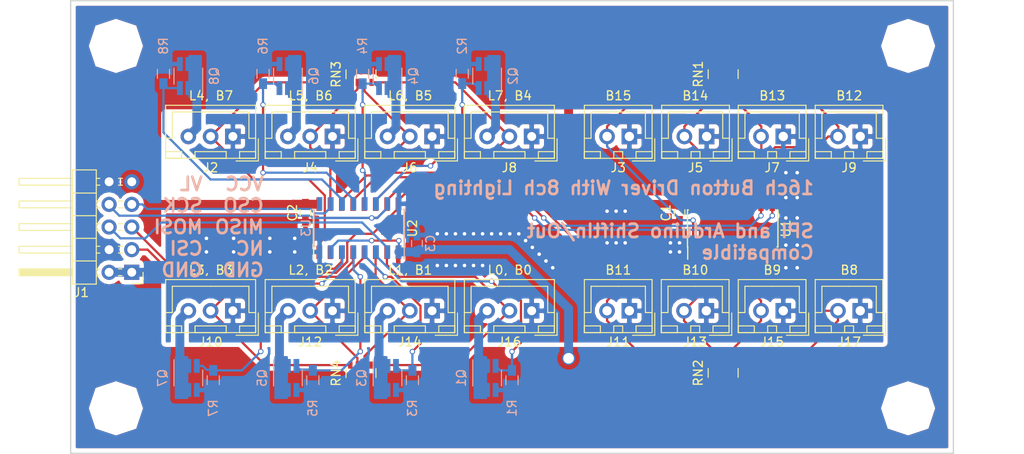
<source format=kicad_pcb>
(kicad_pcb (version 4) (host pcbnew 4.0.7)
  (title_block (title "CD4021B Buttons Duo") (date 2018-05-16) (rev 1.2.0))
  (layers (0 F.Cu signal) (31 B.Cu signal) (34 B.Paste user) (35 F.Paste user) (36 B.SilkS user) (37 F.SilkS user) (38 B.Mask user) (39 F.Mask user) (44 Edge.Cuts user))
  (net 0 "")
  (net 1 VCC)
  (net 2 GND)
  (net 3 +12V)
  (net 4 /MOSI)
  (net 5 /MISO)
  (net 6 /CSI)
  (net 7 /CSO)
  (net 8 /SCK)
  (net 9 /L7)
  (net 10 /D7)
  (net 11 /D15)
  (net 12 /L6)
  (net 13 /D6)
  (net 14 /D14)
  (net 15 /L5)
  (net 16 /D5)
  (net 17 /D13)
  (net 18 /L4)
  (net 19 /D4)
  (net 20 /D12)
  (net 21 /L3)
  (net 22 /D3)
  (net 23 /D11)
  (net 24 /L2)
  (net 25 /D2)
  (net 26 /D10)
  (net 27 /L1)
  (net 28 /D1)
  (net 29 /D9)
  (net 30 /L0)
  (net 31 /D0)
  (net 32 /D8)
  (net 33 /LD0)
  (net 34 /LD4)
  (net 35 /LD1)
  (net 36 /LD5)
  (net 37 /LD2)
  (net 38 /LD6)
  (net 39 /LD3)
  (net 40 /LD7)
  (net 41 "Net-(U1-Pad2)")
  (net 42 /CHAIN)
  (net 43 "Net-(U1-Pad11)")
  (net 44 "Net-(U1-Pad12)")
  (net 45 "Net-(U2-Pad2)")
  (net 46 "Net-(U2-Pad12)")
  (net 47 "Net-(U3-Pad9)")
  (module Mounting_Holes:MountingHole_3.2mm_M3_ISO7380 (layer F.Cu) (at 199.39 124.714)
    (fp_text reference REF** hide)
    (fp_text value MountingHole_3.2mm_M3_ISO7380)
    (pad 1 np_thru_hole circle (at 0 0) (size 3.2 3.2) (drill 3.2) (layers *.Cu *.Mask))
  )
  (module Mounting_Holes:MountingHole_3.2mm_M3_ISO7380 (layer F.Cu) (at 110.49 124.714)
    (fp_text reference REF** hide)
    (fp_text value MountingHole_3.2mm_M3_ISO7380)
    (pad 1 np_thru_hole circle (at 0 0) (size 3.2 3.2) (drill 3.2) (layers *.Cu *.Mask))
  )
  (module Capacitors_SMD:C_0603_HandSoldering (layer F.Cu) (at 173.736 102.804 270)
    (fp_text reference C1 (at 0 1.524 270) (layer F.SilkS))
    (fp_text value 100nF)
    (pad 1 smd rect (at -0.95 0 270) (size 1.2 0.75) (layers F.Cu F.Paste F.Mask) (net 1 VCC))
    (pad 2 smd rect (at 0.95 0 270) (size 1.2 0.75) (layers F.Cu F.Paste F.Mask) (net 2 GND))
  )
  (module Capacitors_SMD:C_0603_HandSoldering (layer F.Cu) (at 131.760454 102.788502 270)
    (fp_text reference C2 (at 0 1.458454 270) (layer F.SilkS))
    (fp_text value 100nF)
    (pad 1 smd rect (at -0.95 0 270) (size 1.2 0.75) (layers F.Cu F.Paste F.Mask) (net 1 VCC))
    (pad 2 smd rect (at 0.95 0 270) (size 1.2 0.75) (layers F.Cu F.Paste F.Mask) (net 2 GND))
  )
  (module Capacitors_SMD:C_0603_HandSoldering (layer B.Cu) (at 144.272 106.238 90)
    (fp_text reference C3 (at 0 1.524 90) (layer B.SilkS) (effects (justify mirror)))
    (fp_text value 100nF)
    (pad 1 smd rect (at -0.95 0 90) (size 1.2 0.75) (layers B.Cu B.Paste B.Mask) (net 1 VCC))
    (pad 2 smd rect (at 0.95 0 90) (size 1.2 0.75) (layers B.Cu B.Paste B.Mask) (net 2 GND))
  )
  (module Pin_Headers:Pin_Header_Angled_2x05_Pitch2.54mm (layer F.Cu) (at 112.268 109.474 180)
    (fp_text reference J1 (at 5.655 -2.27 180) (layer F.SilkS))
    (fp_text value 2.54)
    (pad 1 thru_hole rect (at 0 0 180) (size 1.7 1.7) (drill 1) (layers *.Cu *.Mask) (net 2 GND))
    (pad 2 thru_hole oval (at 2.54 0 180) (size 1.7 1.7) (drill 1) (layers *.Cu *.Mask) (net 2 GND))
    (pad 3 thru_hole oval (at 0 2.54 180) (size 1.7 1.7) (drill 1) (layers *.Cu *.Mask) (net 6 /CSI))
    (pad 4 thru_hole oval (at 2.54 2.54 180) (size 1.7 1.7) (drill 1) (layers *.Cu *.Mask) (net 3 +12V))
    (pad 5 thru_hole oval (at 0 5.08 180) (size 1.7 1.7) (drill 1) (layers *.Cu *.Mask) (net 5 /MISO))
    (pad 6 thru_hole oval (at 2.54 5.08 180) (size 1.7 1.7) (drill 1) (layers *.Cu *.Mask) (net 4 /MOSI))
    (pad 7 thru_hole oval (at 0 7.62 180) (size 1.7 1.7) (drill 1) (layers *.Cu *.Mask) (net 7 /CSO))
    (pad 8 thru_hole oval (at 2.54 7.62 180) (size 1.7 1.7) (drill 1) (layers *.Cu *.Mask) (net 8 /SCK))
    (pad 9 thru_hole oval (at 0 10.16 180) (size 1.7 1.7) (drill 1) (layers *.Cu *.Mask) (net 1 VCC))
    (pad 10 thru_hole oval (at 2.54 10.16 180) (size 1.7 1.7) (drill 1) (layers *.Cu *.Mask) (net 3 +12V))
  )
  (module Connectors_JST:JST_XH_B03B-XH-A_03x2.50mm_Straight (layer F.Cu) (at 123.618 94.234 180)
    (fp_text reference J2 (at 2.5 -3.5 180) (layer F.SilkS))
    (fp_text value "JST XH")
    (pad 1 thru_hole rect (at 0 0 180) (size 1.75 1.75) (drill 1) (layers *.Cu *.Mask) (net 2 GND))
    (pad 2 thru_hole circle (at 2.5 0 180) (size 1.75 1.75) (drill 1) (layers *.Cu *.Mask) (net 10 /D7))
    (pad 3 thru_hole circle (at 5 0 180) (size 1.75 1.75) (drill 1) (layers *.Cu *.Mask) (net 9 /L7))
  )
  (module Connectors_JST:JST_XH_B02B-XH-A_02x2.50mm_Straight (layer F.Cu) (at 168.108 94.234 180)
    (fp_text reference J3 (at 1.25 -3.5 180) (layer F.SilkS))
    (fp_text value "JST XH")
    (pad 1 thru_hole rect (at 0 0 180) (size 1.75 1.75) (drill 1.05) (layers *.Cu *.Mask) (net 2 GND))
    (pad 2 thru_hole circle (at 2.5 0 180) (size 1.75 1.75) (drill 1.05) (layers *.Cu *.Mask) (net 11 /D15))
  )
  (module Connectors_JST:JST_XH_B03B-XH-A_03x2.50mm_Straight (layer F.Cu) (at 134.794 94.234 180)
    (fp_text reference J4 (at 2.5 -3.5 180) (layer F.SilkS))
    (fp_text value "JST XH")
    (pad 1 thru_hole rect (at 0 0 180) (size 1.75 1.75) (drill 1) (layers *.Cu *.Mask) (net 2 GND))
    (pad 2 thru_hole circle (at 2.5 0 180) (size 1.75 1.75) (drill 1) (layers *.Cu *.Mask) (net 13 /D6))
    (pad 3 thru_hole circle (at 5 0 180) (size 1.75 1.75) (drill 1) (layers *.Cu *.Mask) (net 12 /L6))
  )
  (module Connectors_JST:JST_XH_B02B-XH-A_02x2.50mm_Straight (layer F.Cu) (at 176.784 94.234 180)
    (fp_text reference J5 (at 1.25 -3.5 180) (layer F.SilkS))
    (fp_text value "JST XH")
    (pad 1 thru_hole rect (at 0 0 180) (size 1.75 1.75) (drill 1.05) (layers *.Cu *.Mask) (net 2 GND))
    (pad 2 thru_hole circle (at 2.5 0 180) (size 1.75 1.75) (drill 1.05) (layers *.Cu *.Mask) (net 14 /D14))
  )
  (module Connectors_JST:JST_XH_B03B-XH-A_03x2.50mm_Straight (layer F.Cu) (at 145.97 94.234 180)
    (fp_text reference J6 (at 2.5 -3.5 180) (layer F.SilkS))
    (fp_text value "JST XH")
    (pad 1 thru_hole rect (at 0 0 180) (size 1.75 1.75) (drill 1) (layers *.Cu *.Mask) (net 2 GND))
    (pad 2 thru_hole circle (at 2.5 0 180) (size 1.75 1.75) (drill 1) (layers *.Cu *.Mask) (net 16 /D5))
    (pad 3 thru_hole circle (at 5 0 180) (size 1.75 1.75) (drill 1) (layers *.Cu *.Mask) (net 15 /L5))
  )
  (module Connectors_JST:JST_XH_B02B-XH-A_02x2.50mm_Straight (layer F.Cu) (at 185.38 94.234 180)
    (fp_text reference J7 (at 1.25 -3.5 180) (layer F.SilkS))
    (fp_text value "JST XH")
    (pad 1 thru_hole rect (at 0 0 180) (size 1.75 1.75) (drill 1.05) (layers *.Cu *.Mask) (net 2 GND))
    (pad 2 thru_hole circle (at 2.5 0 180) (size 1.75 1.75) (drill 1.05) (layers *.Cu *.Mask) (net 17 /D13))
  )
  (module Connectors_JST:JST_XH_B03B-XH-A_03x2.50mm_Straight (layer F.Cu) (at 157.146 94.234 180)
    (fp_text reference J8 (at 2.5 -3.5 180) (layer F.SilkS))
    (fp_text value "JST XH")
    (pad 1 thru_hole rect (at 0 0 180) (size 1.75 1.75) (drill 1) (layers *.Cu *.Mask) (net 2 GND))
    (pad 2 thru_hole circle (at 2.5 0 180) (size 1.75 1.75) (drill 1) (layers *.Cu *.Mask) (net 19 /D4))
    (pad 3 thru_hole circle (at 5 0 180) (size 1.75 1.75) (drill 1) (layers *.Cu *.Mask) (net 18 /L4))
  )
  (module Connectors_JST:JST_XH_B02B-XH-A_02x2.50mm_Straight (layer F.Cu) (at 194.016 94.234 180)
    (fp_text reference J9 (at 1.25 -3.5 180) (layer F.SilkS))
    (fp_text value "JST XH")
    (pad 1 thru_hole rect (at 0 0 180) (size 1.75 1.75) (drill 1.05) (layers *.Cu *.Mask) (net 2 GND))
    (pad 2 thru_hole circle (at 2.5 0 180) (size 1.75 1.75) (drill 1.05) (layers *.Cu *.Mask) (net 20 /D12))
  )
  (module Connectors_JST:JST_XH_B03B-XH-A_03x2.50mm_Straight (layer F.Cu) (at 123.618 113.792 180)
    (fp_text reference J10 (at 2.5 -3.5 180) (layer F.SilkS))
    (fp_text value "JST XH")
    (pad 1 thru_hole rect (at 0 0 180) (size 1.75 1.75) (drill 1) (layers *.Cu *.Mask) (net 2 GND))
    (pad 2 thru_hole circle (at 2.5 0 180) (size 1.75 1.75) (drill 1) (layers *.Cu *.Mask) (net 22 /D3))
    (pad 3 thru_hole circle (at 5 0 180) (size 1.75 1.75) (drill 1) (layers *.Cu *.Mask) (net 21 /L3))
  )
  (module Connectors_JST:JST_XH_B02B-XH-A_02x2.50mm_Straight (layer F.Cu) (at 168.108 113.792 180)
    (fp_text reference J11 (at 1.25 -3.5 180) (layer F.SilkS))
    (fp_text value "JST XH")
    (pad 1 thru_hole rect (at 0 0 180) (size 1.75 1.75) (drill 1.05) (layers *.Cu *.Mask) (net 2 GND))
    (pad 2 thru_hole circle (at 2.5 0 180) (size 1.75 1.75) (drill 1.05) (layers *.Cu *.Mask) (net 23 /D11))
  )
  (module Connectors_JST:JST_XH_B03B-XH-A_03x2.50mm_Straight (layer F.Cu) (at 134.794 113.792 180)
    (fp_text reference J12 (at 2.5 -3.5 180) (layer F.SilkS))
    (fp_text value "JST XH")
    (pad 1 thru_hole rect (at 0 0 180) (size 1.75 1.75) (drill 1) (layers *.Cu *.Mask) (net 2 GND))
    (pad 2 thru_hole circle (at 2.5 0 180) (size 1.75 1.75) (drill 1) (layers *.Cu *.Mask) (net 25 /D2))
    (pad 3 thru_hole circle (at 5 0 180) (size 1.75 1.75) (drill 1) (layers *.Cu *.Mask) (net 24 /L2))
  )
  (module Connectors_JST:JST_XH_B02B-XH-A_02x2.50mm_Straight (layer F.Cu) (at 176.744 113.792 180)
    (fp_text reference J13 (at 1.25 -3.5 180) (layer F.SilkS))
    (fp_text value "JST XH")
    (pad 1 thru_hole rect (at 0 0 180) (size 1.75 1.75) (drill 1.05) (layers *.Cu *.Mask) (net 2 GND))
    (pad 2 thru_hole circle (at 2.5 0 180) (size 1.75 1.75) (drill 1.05) (layers *.Cu *.Mask) (net 26 /D10))
  )
  (module Connectors_JST:JST_XH_B03B-XH-A_03x2.50mm_Straight (layer F.Cu) (at 145.97 113.792 180)
    (fp_text reference J14 (at 2.5 -3.5 180) (layer F.SilkS))
    (fp_text value "JST XH")
    (pad 1 thru_hole rect (at 0 0 180) (size 1.75 1.75) (drill 1) (layers *.Cu *.Mask) (net 2 GND))
    (pad 2 thru_hole circle (at 2.5 0 180) (size 1.75 1.75) (drill 1) (layers *.Cu *.Mask) (net 28 /D1))
    (pad 3 thru_hole circle (at 5 0 180) (size 1.75 1.75) (drill 1) (layers *.Cu *.Mask) (net 27 /L1))
  )
  (module Connectors_JST:JST_XH_B02B-XH-A_02x2.50mm_Straight (layer F.Cu) (at 185.38 113.792 180)
    (fp_text reference J15 (at 1.25 -3.5 180) (layer F.SilkS))
    (fp_text value "JST XH")
    (pad 1 thru_hole rect (at 0 0 180) (size 1.75 1.75) (drill 1.05) (layers *.Cu *.Mask) (net 2 GND))
    (pad 2 thru_hole circle (at 2.5 0 180) (size 1.75 1.75) (drill 1.05) (layers *.Cu *.Mask) (net 29 /D9))
  )
  (module Connectors_JST:JST_XH_B03B-XH-A_03x2.50mm_Straight (layer F.Cu) (at 157.146 113.792 180)
    (fp_text reference J16 (at 2.5 -3.5 180) (layer F.SilkS))
    (fp_text value "JST XH")
    (pad 1 thru_hole rect (at 0 0 180) (size 1.75 1.75) (drill 1) (layers *.Cu *.Mask) (net 2 GND))
    (pad 2 thru_hole circle (at 2.5 0 180) (size 1.75 1.75) (drill 1) (layers *.Cu *.Mask) (net 31 /D0))
    (pad 3 thru_hole circle (at 5 0 180) (size 1.75 1.75) (drill 1) (layers *.Cu *.Mask) (net 30 /L0))
  )
  (module Connectors_JST:JST_XH_B02B-XH-A_02x2.50mm_Straight (layer F.Cu) (at 194.016 113.792 180)
    (fp_text reference J17 (at 1.25 -3.5 180) (layer F.SilkS))
    (fp_text value "JST XH")
    (pad 1 thru_hole rect (at 0 0 180) (size 1.75 1.75) (drill 1.05) (layers *.Cu *.Mask) (net 2 GND))
    (pad 2 thru_hole circle (at 2.5 0 180) (size 1.75 1.75) (drill 1.05) (layers *.Cu *.Mask) (net 32 /D8))
  )
  (module TO_SOT_Packages_SMD:SOT-23-6_Handsoldering (layer B.Cu) (at 152.146 121.332 270)
    (fp_text reference Q1 (at 0 2.9 270) (layer B.SilkS) (effects (justify mirror)))
    (fp_text value IRF5806)
    (pad 1 smd rect (at -1.35 0.95 270) (size 1.56 0.65) (layers B.Cu B.Paste B.Mask) (net 30 /L0))
    (pad 2 smd rect (at -1.35 0 270) (size 1.56 0.65) (layers B.Cu B.Paste B.Mask) (net 30 /L0))
    (pad 3 smd rect (at -1.35 -0.95 270) (size 1.56 0.65) (layers B.Cu B.Paste B.Mask) (net 33 /LD0))
    (pad 4 smd rect (at 1.35 -0.95 270) (size 1.56 0.65) (layers B.Cu B.Paste B.Mask) (net 3 +12V))
    (pad 6 smd rect (at 1.35 0.95 270) (size 1.56 0.65) (layers B.Cu B.Paste B.Mask) (net 30 /L0))
    (pad 5 smd rect (at 1.35 0 270) (size 1.56 0.65) (layers B.Cu B.Paste B.Mask) (net 30 /L0))
  )
  (module TO_SOT_Packages_SMD:SOT-23-6_Handsoldering (layer B.Cu) (at 152.146 87.456 90)
    (fp_text reference Q2 (at 0 2.9 90) (layer B.SilkS) (effects (justify mirror)))
    (fp_text value IRF5806)
    (pad 1 smd rect (at -1.35 0.95 90) (size 1.56 0.65) (layers B.Cu B.Paste B.Mask) (net 18 /L4))
    (pad 2 smd rect (at -1.35 0 90) (size 1.56 0.65) (layers B.Cu B.Paste B.Mask) (net 18 /L4))
    (pad 3 smd rect (at -1.35 -0.95 90) (size 1.56 0.65) (layers B.Cu B.Paste B.Mask) (net 34 /LD4))
    (pad 4 smd rect (at 1.35 -0.95 90) (size 1.56 0.65) (layers B.Cu B.Paste B.Mask) (net 3 +12V))
    (pad 6 smd rect (at 1.35 0.95 90) (size 1.56 0.65) (layers B.Cu B.Paste B.Mask) (net 18 /L4))
    (pad 5 smd rect (at 1.35 0 90) (size 1.56 0.65) (layers B.Cu B.Paste B.Mask) (net 18 /L4))
  )
  (module TO_SOT_Packages_SMD:SOT-23-6_Handsoldering (layer B.Cu) (at 140.97 121.332 270)
    (fp_text reference Q3 (at 0 2.9 270) (layer B.SilkS) (effects (justify mirror)))
    (fp_text value IRF5806)
    (pad 1 smd rect (at -1.35 0.95 270) (size 1.56 0.65) (layers B.Cu B.Paste B.Mask) (net 27 /L1))
    (pad 2 smd rect (at -1.35 0 270) (size 1.56 0.65) (layers B.Cu B.Paste B.Mask) (net 27 /L1))
    (pad 3 smd rect (at -1.35 -0.95 270) (size 1.56 0.65) (layers B.Cu B.Paste B.Mask) (net 35 /LD1))
    (pad 4 smd rect (at 1.35 -0.95 270) (size 1.56 0.65) (layers B.Cu B.Paste B.Mask) (net 3 +12V))
    (pad 6 smd rect (at 1.35 0.95 270) (size 1.56 0.65) (layers B.Cu B.Paste B.Mask) (net 27 /L1))
    (pad 5 smd rect (at 1.35 0 270) (size 1.56 0.65) (layers B.Cu B.Paste B.Mask) (net 27 /L1))
  )
  (module TO_SOT_Packages_SMD:SOT-23-6_Handsoldering (layer B.Cu) (at 140.97 87.456 90)
    (fp_text reference Q4 (at 0 2.9 90) (layer B.SilkS) (effects (justify mirror)))
    (fp_text value IRF5806)
    (pad 1 smd rect (at -1.35 0.95 90) (size 1.56 0.65) (layers B.Cu B.Paste B.Mask) (net 15 /L5))
    (pad 2 smd rect (at -1.35 0 90) (size 1.56 0.65) (layers B.Cu B.Paste B.Mask) (net 15 /L5))
    (pad 3 smd rect (at -1.35 -0.95 90) (size 1.56 0.65) (layers B.Cu B.Paste B.Mask) (net 36 /LD5))
    (pad 4 smd rect (at 1.35 -0.95 90) (size 1.56 0.65) (layers B.Cu B.Paste B.Mask) (net 3 +12V))
    (pad 6 smd rect (at 1.35 0.95 90) (size 1.56 0.65) (layers B.Cu B.Paste B.Mask) (net 15 /L5))
    (pad 5 smd rect (at 1.35 0 90) (size 1.56 0.65) (layers B.Cu B.Paste B.Mask) (net 15 /L5))
  )
  (module TO_SOT_Packages_SMD:SOT-23-6_Handsoldering (layer B.Cu) (at 129.794 121.332 270)
    (fp_text reference Q5 (at 0 2.9 270) (layer B.SilkS) (effects (justify mirror)))
    (fp_text value IRF5806)
    (pad 1 smd rect (at -1.35 0.95 270) (size 1.56 0.65) (layers B.Cu B.Paste B.Mask) (net 24 /L2))
    (pad 2 smd rect (at -1.35 0 270) (size 1.56 0.65) (layers B.Cu B.Paste B.Mask) (net 24 /L2))
    (pad 3 smd rect (at -1.35 -0.95 270) (size 1.56 0.65) (layers B.Cu B.Paste B.Mask) (net 37 /LD2))
    (pad 4 smd rect (at 1.35 -0.95 270) (size 1.56 0.65) (layers B.Cu B.Paste B.Mask) (net 3 +12V))
    (pad 6 smd rect (at 1.35 0.95 270) (size 1.56 0.65) (layers B.Cu B.Paste B.Mask) (net 24 /L2))
    (pad 5 smd rect (at 1.35 0 270) (size 1.56 0.65) (layers B.Cu B.Paste B.Mask) (net 24 /L2))
  )
  (module TO_SOT_Packages_SMD:SOT-23-6_Handsoldering (layer B.Cu) (at 129.794 87.456 90)
    (fp_text reference Q6 (at 0 2.9 90) (layer B.SilkS) (effects (justify mirror)))
    (fp_text value IRF5806)
    (pad 1 smd rect (at -1.35 0.95 90) (size 1.56 0.65) (layers B.Cu B.Paste B.Mask) (net 12 /L6))
    (pad 2 smd rect (at -1.35 0 90) (size 1.56 0.65) (layers B.Cu B.Paste B.Mask) (net 12 /L6))
    (pad 3 smd rect (at -1.35 -0.95 90) (size 1.56 0.65) (layers B.Cu B.Paste B.Mask) (net 38 /LD6))
    (pad 4 smd rect (at 1.35 -0.95 90) (size 1.56 0.65) (layers B.Cu B.Paste B.Mask) (net 3 +12V))
    (pad 6 smd rect (at 1.35 0.95 90) (size 1.56 0.65) (layers B.Cu B.Paste B.Mask) (net 12 /L6))
    (pad 5 smd rect (at 1.35 0 90) (size 1.56 0.65) (layers B.Cu B.Paste B.Mask) (net 12 /L6))
  )
  (module TO_SOT_Packages_SMD:SOT-23-6_Handsoldering (layer B.Cu) (at 118.618 121.332 270)
    (fp_text reference Q7 (at 0 2.9 270) (layer B.SilkS) (effects (justify mirror)))
    (fp_text value IRF5806)
    (pad 1 smd rect (at -1.35 0.95 270) (size 1.56 0.65) (layers B.Cu B.Paste B.Mask) (net 21 /L3))
    (pad 2 smd rect (at -1.35 0 270) (size 1.56 0.65) (layers B.Cu B.Paste B.Mask) (net 21 /L3))
    (pad 3 smd rect (at -1.35 -0.95 270) (size 1.56 0.65) (layers B.Cu B.Paste B.Mask) (net 39 /LD3))
    (pad 4 smd rect (at 1.35 -0.95 270) (size 1.56 0.65) (layers B.Cu B.Paste B.Mask) (net 3 +12V))
    (pad 6 smd rect (at 1.35 0.95 270) (size 1.56 0.65) (layers B.Cu B.Paste B.Mask) (net 21 /L3))
    (pad 5 smd rect (at 1.35 0 270) (size 1.56 0.65) (layers B.Cu B.Paste B.Mask) (net 21 /L3))
  )
  (module TO_SOT_Packages_SMD:SOT-23-6_Handsoldering (layer B.Cu) (at 118.618 87.456 90)
    (fp_text reference Q8 (at 0 2.9 90) (layer B.SilkS) (effects (justify mirror)))
    (fp_text value IRF5806)
    (pad 1 smd rect (at -1.35 0.95 90) (size 1.56 0.65) (layers B.Cu B.Paste B.Mask) (net 9 /L7))
    (pad 2 smd rect (at -1.35 0 90) (size 1.56 0.65) (layers B.Cu B.Paste B.Mask) (net 9 /L7))
    (pad 3 smd rect (at -1.35 -0.95 90) (size 1.56 0.65) (layers B.Cu B.Paste B.Mask) (net 40 /LD7))
    (pad 4 smd rect (at 1.35 -0.95 90) (size 1.56 0.65) (layers B.Cu B.Paste B.Mask) (net 3 +12V))
    (pad 6 smd rect (at 1.35 0.95 90) (size 1.56 0.65) (layers B.Cu B.Paste B.Mask) (net 9 /L7))
    (pad 5 smd rect (at 1.35 0 90) (size 1.56 0.65) (layers B.Cu B.Paste B.Mask) (net 9 /L7))
  )
  (module Resistors_SMD:R_0603_HandSoldering (layer B.Cu) (at 154.94 121.582 270)
    (fp_text reference R1 (at 3.132 0 270) (layer B.SilkS) (effects (justify mirror)))
    (fp_text value 10k)
    (pad 1 smd rect (at -1.1 0 270) (size 1.2 0.9) (layers B.Cu B.Paste B.Mask) (net 33 /LD0))
    (pad 2 smd rect (at 1.1 0 270) (size 1.2 0.9) (layers B.Cu B.Paste B.Mask) (net 3 +12V))
  )
  (module Resistors_SMD:R_0603_HandSoldering (layer B.Cu) (at 149.352 87.206 90)
    (fp_text reference R2 (at 3.132 0 90) (layer B.SilkS) (effects (justify mirror)))
    (fp_text value 10k)
    (pad 1 smd rect (at -1.1 0 90) (size 1.2 0.9) (layers B.Cu B.Paste B.Mask) (net 34 /LD4))
    (pad 2 smd rect (at 1.1 0 90) (size 1.2 0.9) (layers B.Cu B.Paste B.Mask) (net 3 +12V))
  )
  (module Resistors_SMD:R_0603_HandSoldering (layer B.Cu) (at 143.764 121.582 270)
    (fp_text reference R3 (at 3.132 0 270) (layer B.SilkS) (effects (justify mirror)))
    (fp_text value 10k)
    (pad 1 smd rect (at -1.1 0 270) (size 1.2 0.9) (layers B.Cu B.Paste B.Mask) (net 35 /LD1))
    (pad 2 smd rect (at 1.1 0 270) (size 1.2 0.9) (layers B.Cu B.Paste B.Mask) (net 3 +12V))
  )
  (module Resistors_SMD:R_0603_HandSoldering (layer B.Cu) (at 138.176 87.206 90)
    (fp_text reference R4 (at 3.132 0 90) (layer B.SilkS) (effects (justify mirror)))
    (fp_text value 10k)
    (pad 1 smd rect (at -1.1 0 90) (size 1.2 0.9) (layers B.Cu B.Paste B.Mask) (net 36 /LD5))
    (pad 2 smd rect (at 1.1 0 90) (size 1.2 0.9) (layers B.Cu B.Paste B.Mask) (net 3 +12V))
  )
  (module Resistors_SMD:R_0603_HandSoldering (layer B.Cu) (at 132.588 121.582 270)
    (fp_text reference R5 (at 3.132 0 270) (layer B.SilkS) (effects (justify mirror)))
    (fp_text value 10k)
    (pad 1 smd rect (at -1.1 0 270) (size 1.2 0.9) (layers B.Cu B.Paste B.Mask) (net 37 /LD2))
    (pad 2 smd rect (at 1.1 0 270) (size 1.2 0.9) (layers B.Cu B.Paste B.Mask) (net 3 +12V))
  )
  (module Resistors_SMD:R_0603_HandSoldering (layer B.Cu) (at 127 87.206 90)
    (fp_text reference R6 (at 3.132 0 90) (layer B.SilkS) (effects (justify mirror)))
    (fp_text value 10k)
    (pad 1 smd rect (at -1.1 0 90) (size 1.2 0.9) (layers B.Cu B.Paste B.Mask) (net 38 /LD6))
    (pad 2 smd rect (at 1.1 0 90) (size 1.2 0.9) (layers B.Cu B.Paste B.Mask) (net 3 +12V))
  )
  (module Resistors_SMD:R_0603_HandSoldering (layer B.Cu) (at 121.412 121.582 270)
    (fp_text reference R7 (at 3.132 0 270) (layer B.SilkS) (effects (justify mirror)))
    (fp_text value 10k)
    (pad 1 smd rect (at -1.1 0 270) (size 1.2 0.9) (layers B.Cu B.Paste B.Mask) (net 39 /LD3))
    (pad 2 smd rect (at 1.1 0 270) (size 1.2 0.9) (layers B.Cu B.Paste B.Mask) (net 3 +12V))
  )
  (module Resistors_SMD:R_0603_HandSoldering (layer B.Cu) (at 115.824 87.206 90)
    (fp_text reference R8 (at 3.132 0 90) (layer B.SilkS) (effects (justify mirror)))
    (fp_text value 10k)
    (pad 1 smd rect (at -1.1 0 90) (size 1.2 0.9) (layers B.Cu B.Paste B.Mask) (net 40 /LD7))
    (pad 2 smd rect (at 1.1 0 90) (size 1.2 0.9) (layers B.Cu B.Paste B.Mask) (net 3 +12V))
  )
  (module Housings_SOIC:SOIC-16_3.9x9.9mm_Pitch1.27mm (layer F.Cu) (at 179.705 104.554 90)
    (fp_text reference U1 (at 0 5.969 90) (layer F.SilkS))
    (fp_text value CD4021BM)
    (pad 1 smd rect (at -2.7 -4.445 90) (size 1.5 0.6) (layers F.Cu F.Paste F.Mask) (net 11 /D15))
    (pad 2 smd rect (at -2.7 -3.175 90) (size 1.5 0.6) (layers F.Cu F.Paste F.Mask) (net 41 "Net-(U1-Pad2)"))
    (pad 3 smd rect (at -2.7 -1.905 90) (size 1.5 0.6) (layers F.Cu F.Paste F.Mask) (net 42 /CHAIN))
    (pad 4 smd rect (at -2.7 -0.635 90) (size 1.5 0.6) (layers F.Cu F.Paste F.Mask) (net 23 /D11))
    (pad 5 smd rect (at -2.7 0.635 90) (size 1.5 0.6) (layers F.Cu F.Paste F.Mask) (net 26 /D10))
    (pad 6 smd rect (at -2.7 1.905 90) (size 1.5 0.6) (layers F.Cu F.Paste F.Mask) (net 29 /D9))
    (pad 7 smd rect (at -2.7 3.175 90) (size 1.5 0.6) (layers F.Cu F.Paste F.Mask) (net 32 /D8))
    (pad 8 smd rect (at -2.7 4.445 90) (size 1.5 0.6) (layers F.Cu F.Paste F.Mask) (net 2 GND))
    (pad 9 smd rect (at 2.7 4.445 90) (size 1.5 0.6) (layers F.Cu F.Paste F.Mask) (net 6 /CSI))
    (pad 10 smd rect (at 2.7 3.175 90) (size 1.5 0.6) (layers F.Cu F.Paste F.Mask) (net 8 /SCK))
    (pad 11 smd rect (at 2.7 1.905 90) (size 1.5 0.6) (layers F.Cu F.Paste F.Mask) (net 43 "Net-(U1-Pad11)"))
    (pad 12 smd rect (at 2.7 0.635 90) (size 1.5 0.6) (layers F.Cu F.Paste F.Mask) (net 44 "Net-(U1-Pad12)"))
    (pad 13 smd rect (at 2.7 -0.635 90) (size 1.5 0.6) (layers F.Cu F.Paste F.Mask) (net 20 /D12))
    (pad 14 smd rect (at 2.7 -1.905 90) (size 1.5 0.6) (layers F.Cu F.Paste F.Mask) (net 17 /D13))
    (pad 15 smd rect (at 2.7 -3.175 90) (size 1.5 0.6) (layers F.Cu F.Paste F.Mask) (net 14 /D14))
    (pad 16 smd rect (at 2.7 -4.445 90) (size 1.5 0.6) (layers F.Cu F.Paste F.Mask) (net 1 VCC))
  )
  (module Housings_SOIC:SOIC-16_3.9x9.9mm_Pitch1.27mm (layer F.Cu) (at 137.729454 104.538502 90)
    (fp_text reference U2 (at 0 6.034546 90) (layer F.SilkS))
    (fp_text value CD4021BM)
    (pad 1 smd rect (at -2.7 -4.445 90) (size 1.5 0.6) (layers F.Cu F.Paste F.Mask) (net 10 /D7))
    (pad 2 smd rect (at -2.7 -3.175 90) (size 1.5 0.6) (layers F.Cu F.Paste F.Mask) (net 45 "Net-(U2-Pad2)"))
    (pad 3 smd rect (at -2.7 -1.905 90) (size 1.5 0.6) (layers F.Cu F.Paste F.Mask) (net 5 /MISO))
    (pad 4 smd rect (at -2.7 -0.635 90) (size 1.5 0.6) (layers F.Cu F.Paste F.Mask) (net 22 /D3))
    (pad 5 smd rect (at -2.7 0.635 90) (size 1.5 0.6) (layers F.Cu F.Paste F.Mask) (net 25 /D2))
    (pad 6 smd rect (at -2.7 1.905 90) (size 1.5 0.6) (layers F.Cu F.Paste F.Mask) (net 28 /D1))
    (pad 7 smd rect (at -2.7 3.175 90) (size 1.5 0.6) (layers F.Cu F.Paste F.Mask) (net 31 /D0))
    (pad 8 smd rect (at -2.7 4.445 90) (size 1.5 0.6) (layers F.Cu F.Paste F.Mask) (net 2 GND))
    (pad 9 smd rect (at 2.7 4.445 90) (size 1.5 0.6) (layers F.Cu F.Paste F.Mask) (net 6 /CSI))
    (pad 10 smd rect (at 2.7 3.175 90) (size 1.5 0.6) (layers F.Cu F.Paste F.Mask) (net 8 /SCK))
    (pad 11 smd rect (at 2.7 1.905 90) (size 1.5 0.6) (layers F.Cu F.Paste F.Mask) (net 42 /CHAIN))
    (pad 12 smd rect (at 2.7 0.635 90) (size 1.5 0.6) (layers F.Cu F.Paste F.Mask) (net 46 "Net-(U2-Pad12)"))
    (pad 13 smd rect (at 2.7 -0.635 90) (size 1.5 0.6) (layers F.Cu F.Paste F.Mask) (net 19 /D4))
    (pad 14 smd rect (at 2.7 -1.905 90) (size 1.5 0.6) (layers F.Cu F.Paste F.Mask) (net 16 /D5))
    (pad 15 smd rect (at 2.7 -3.175 90) (size 1.5 0.6) (layers F.Cu F.Paste F.Mask) (net 13 /D6))
    (pad 16 smd rect (at 2.7 -4.445 90) (size 1.5 0.6) (layers F.Cu F.Paste F.Mask) (net 1 VCC))
  )
  (module Housings_SOIC:SOIC-16_3.9x9.9mm_Pitch1.27mm (layer B.Cu) (at 137.795 104.488 90)
    (fp_text reference U3 (at 0 -5.969 90) (layer B.SilkS) (effects (justify mirror)))
    (fp_text value TPIC6C595D)
    (pad 1 smd rect (at -2.7 4.445 90) (size 1.5 0.6) (layers B.Cu B.Paste B.Mask) (net 1 VCC))
    (pad 2 smd rect (at -2.7 3.175 90) (size 1.5 0.6) (layers B.Cu B.Paste B.Mask) (net 4 /MOSI))
    (pad 3 smd rect (at -2.7 1.905 90) (size 1.5 0.6) (layers B.Cu B.Paste B.Mask) (net 33 /LD0))
    (pad 4 smd rect (at -2.7 0.635 90) (size 1.5 0.6) (layers B.Cu B.Paste B.Mask) (net 35 /LD1))
    (pad 5 smd rect (at -2.7 -0.635 90) (size 1.5 0.6) (layers B.Cu B.Paste B.Mask) (net 37 /LD2))
    (pad 6 smd rect (at -2.7 -1.905 90) (size 1.5 0.6) (layers B.Cu B.Paste B.Mask) (net 39 /LD3))
    (pad 7 smd rect (at -2.7 -3.175 90) (size 1.5 0.6) (layers B.Cu B.Paste B.Mask) (net 1 VCC))
    (pad 8 smd rect (at -2.7 -4.445 90) (size 1.5 0.6) (layers B.Cu B.Paste B.Mask) (net 2 GND))
    (pad 9 smd rect (at 2.7 -4.445 90) (size 1.5 0.6) (layers B.Cu B.Paste B.Mask) (net 47 "Net-(U3-Pad9)"))
    (pad 10 smd rect (at 2.7 -3.175 90) (size 1.5 0.6) (layers B.Cu B.Paste B.Mask) (net 7 /CSO))
    (pad 11 smd rect (at 2.7 -1.905 90) (size 1.5 0.6) (layers B.Cu B.Paste B.Mask) (net 40 /LD7))
    (pad 12 smd rect (at 2.7 -0.635 90) (size 1.5 0.6) (layers B.Cu B.Paste B.Mask) (net 38 /LD6))
    (pad 13 smd rect (at 2.7 0.635 90) (size 1.5 0.6) (layers B.Cu B.Paste B.Mask) (net 36 /LD5))
    (pad 14 smd rect (at 2.7 1.905 90) (size 1.5 0.6) (layers B.Cu B.Paste B.Mask) (net 34 /LD4))
    (pad 15 smd rect (at 2.7 3.175 90) (size 1.5 0.6) (layers B.Cu B.Paste B.Mask) (net 8 /SCK))
    (pad 16 smd rect (at 2.7 4.445 90) (size 1.5 0.6) (layers B.Cu B.Paste B.Mask) (net 2 GND))
  )
  (module Mounting_Holes:MountingHole_3.2mm_M3_ISO7380 (layer F.Cu) (at 110.49 84.074)
    (fp_text reference REF** hide)
    (fp_text value MountingHole_3.2mm_M3_ISO7380)
    (pad 1 np_thru_hole circle (at 0 0) (size 3.2 3.2) (drill 3.2) (layers *.Cu *.Mask))
  )
  (module Mounting_Holes:MountingHole_3.2mm_M3_ISO7380 (layer F.Cu) (at 199.39 84.074)
    (fp_text reference REF** hide)
    (fp_text value MountingHole_3.2mm_M3_ISO7380)
    (pad 1 np_thru_hole circle (at 0 0) (size 3.2 3.2) (drill 3.2) (layers *.Cu *.Mask))
  )
  (module Resistors_SMD:R_Array_Convex_4x0603 (layer F.Cu) (at 178.632 87.238 90)
    (fp_text reference RN1 (at 0 -2.8 90) (layer F.SilkS))
    (fp_text value "10k x4")
    (pad 1 smd rect (at -0.9 -1.2 90) (size 0.8 0.5) (layers F.Cu F.Paste F.Mask) (net 11 /D15))
    (pad 3 smd rect (at -0.9 0.4 90) (size 0.8 0.4) (layers F.Cu F.Paste F.Mask) (net 17 /D13))
    (pad 2 smd rect (at -0.9 -0.4 90) (size 0.8 0.4) (layers F.Cu F.Paste F.Mask) (net 14 /D14))
    (pad 4 smd rect (at -0.9 1.2 90) (size 0.8 0.5) (layers F.Cu F.Paste F.Mask) (net 20 /D12))
    (pad 7 smd rect (at 0.9 -0.4 90) (size 0.8 0.4) (layers F.Cu F.Paste F.Mask) (net 1 VCC))
    (pad 8 smd rect (at 0.9 -1.2 90) (size 0.8 0.5) (layers F.Cu F.Paste F.Mask) (net 1 VCC))
    (pad 6 smd rect (at 0.9 0.4 90) (size 0.8 0.4) (layers F.Cu F.Paste F.Mask) (net 1 VCC))
    (pad 5 smd rect (at 0.9 1.2 90) (size 0.8 0.5) (layers F.Cu F.Paste F.Mask) (net 1 VCC))
  )
  (module Resistors_SMD:R_Array_Convex_4x0603 (layer F.Cu) (at 178.632 120.766 90)
    (fp_text reference RN2 (at 0 -2.8 90) (layer F.SilkS))
    (fp_text value "10k x4")
    (pad 1 smd rect (at -0.9 -1.2 90) (size 0.8 0.5) (layers F.Cu F.Paste F.Mask) (net 1 VCC))
    (pad 3 smd rect (at -0.9 0.4 90) (size 0.8 0.4) (layers F.Cu F.Paste F.Mask) (net 1 VCC))
    (pad 2 smd rect (at -0.9 -0.4 90) (size 0.8 0.4) (layers F.Cu F.Paste F.Mask) (net 1 VCC))
    (pad 4 smd rect (at -0.9 1.2 90) (size 0.8 0.5) (layers F.Cu F.Paste F.Mask) (net 1 VCC))
    (pad 7 smd rect (at 0.9 -0.4 90) (size 0.8 0.4) (layers F.Cu F.Paste F.Mask) (net 26 /D10))
    (pad 8 smd rect (at 0.9 -1.2 90) (size 0.8 0.5) (layers F.Cu F.Paste F.Mask) (net 23 /D11))
    (pad 6 smd rect (at 0.9 0.4 90) (size 0.8 0.4) (layers F.Cu F.Paste F.Mask) (net 29 /D9))
    (pad 5 smd rect (at 0.9 1.2 90) (size 0.8 0.5) (layers F.Cu F.Paste F.Mask) (net 32 /D8))
  )
  (module Resistors_SMD:R_Array_Convex_4x0603 (layer F.Cu) (at 137.992 87.26 90)
    (fp_text reference RN3 (at 0 -2.8 90) (layer F.SilkS))
    (fp_text value "10k x4")
    (pad 1 smd rect (at -0.9 -1.2 90) (size 0.8 0.5) (layers F.Cu F.Paste F.Mask) (net 10 /D7))
    (pad 3 smd rect (at -0.9 0.4 90) (size 0.8 0.4) (layers F.Cu F.Paste F.Mask) (net 16 /D5))
    (pad 2 smd rect (at -0.9 -0.4 90) (size 0.8 0.4) (layers F.Cu F.Paste F.Mask) (net 13 /D6))
    (pad 4 smd rect (at -0.9 1.2 90) (size 0.8 0.5) (layers F.Cu F.Paste F.Mask) (net 19 /D4))
    (pad 7 smd rect (at 0.9 -0.4 90) (size 0.8 0.4) (layers F.Cu F.Paste F.Mask) (net 1 VCC))
    (pad 8 smd rect (at 0.9 -1.2 90) (size 0.8 0.5) (layers F.Cu F.Paste F.Mask) (net 1 VCC))
    (pad 6 smd rect (at 0.9 0.4 90) (size 0.8 0.4) (layers F.Cu F.Paste F.Mask) (net 1 VCC))
    (pad 5 smd rect (at 0.9 1.2 90) (size 0.8 0.5) (layers F.Cu F.Paste F.Mask) (net 1 VCC))
  )
  (module Resistors_SMD:R_Array_Convex_4x0603 (layer F.Cu) (at 137.992 120.788 90)
    (fp_text reference RN4 (at 0 -2.8 90) (layer F.SilkS))
    (fp_text value "10k x4")
    (pad 1 smd rect (at -0.9 -1.2 90) (size 0.8 0.5) (layers F.Cu F.Paste F.Mask) (net 1 VCC))
    (pad 3 smd rect (at -0.9 0.4 90) (size 0.8 0.4) (layers F.Cu F.Paste F.Mask) (net 1 VCC))
    (pad 2 smd rect (at -0.9 -0.4 90) (size 0.8 0.4) (layers F.Cu F.Paste F.Mask) (net 1 VCC))
    (pad 4 smd rect (at -0.9 1.2 90) (size 0.8 0.5) (layers F.Cu F.Paste F.Mask) (net 1 VCC))
    (pad 7 smd rect (at 0.9 -0.4 90) (size 0.8 0.4) (layers F.Cu F.Paste F.Mask) (net 25 /D2))
    (pad 8 smd rect (at 0.9 -1.2 90) (size 0.8 0.5) (layers F.Cu F.Paste F.Mask) (net 22 /D3))
    (pad 6 smd rect (at 0.9 0.4 90) (size 0.8 0.4) (layers F.Cu F.Paste F.Mask) (net 28 /D1))
    (pad 5 smd rect (at 0.9 1.2 90) (size 0.8 0.5) (layers F.Cu F.Paste F.Mask) (net 31 /D0))
  )
  (gr_text B8 (at 192.786 109.22) (layer F.SilkS) (effects (font (size 1 1))))
  (gr_text B9 (at 184.15 109.22) (layer F.SilkS) (effects (font (size 1 1))))
  (gr_text B10 (at 175.514 109.22) (layer F.SilkS) (effects (font (size 1 1))))
  (gr_text B11 (at 166.878 109.22) (layer F.SilkS) (effects (font (size 1 1))))
  (gr_text B12 (at 192.786 89.662) (layer F.SilkS) (effects (font (size 1 1))))
  (gr_text B13 (at 184.15 89.662) (layer F.SilkS) (effects (font (size 1 1))))
  (gr_text B14 (at 175.514 89.662) (layer F.SilkS) (effects (font (size 1 1))))
  (gr_text B15 (at 166.878 89.662) (layer F.SilkS) (effects (font (size 1 1))))
  (gr_text "VCC\nCSO\nMISO\nNC\nGND" (at 127.254 104.394) (layer B.SilkS) (effects (font (size 1.5 1.5) (thickness 0.3)) (justify left mirror)))
  (gr_text "VL\nSCK  \nMOSI\nCSI\nGND" (at 120.396 104.394) (layer B.SilkS) (effects (font (size 1.5 1.5) (thickness 0.3)) (justify left mirror)))
  (gr_text "L0, B0" (at 154.686 109.22) (layer F.SilkS) (effects (font (size 1 1))))
  (gr_text "L1, B1" (at 143.51 109.22) (layer F.SilkS) (effects (font (size 1 1))))
  (gr_text "L2, B2" (at 132.334 109.22) (layer F.SilkS) (effects (font (size 1 1))))
  (gr_text "L3, B3" (at 121.158 109.22) (layer F.SilkS) (effects (font (size 1 1))))
  (gr_text "L7, B4" (at 154.686 89.662) (layer F.SilkS) (effects (font (size 1 1))))
  (gr_text "L6, B5" (at 143.51 89.662) (layer F.SilkS) (effects (font (size 1 1))))
  (gr_text "L5, B6" (at 132.334 89.662) (layer F.SilkS) (effects (font (size 1 1))))
  (gr_text "L4, B7" (at 121.158 89.662) (layer F.SilkS) (effects (font (size 1 1))))
  (gr_text "16ch Button Driver With 8ch Lighting\n\nSPI and Arduino ShiftIn/Out\nCompatible" (at 188.976 103.632) (layer B.SilkS) (effects (font (size 1.5 1.5) (thickness 0.3)) (justify left mirror)))
  (gr_line (start 105.41 129.794) (end 105.41 78.994) (layer Edge.Cuts) (width 0.15))
  (gr_line (start 204.47 129.794) (end 105.41 129.794) (layer Edge.Cuts) (width 0.15))
  (gr_line (start 204.47 78.994) (end 204.47 129.794) (layer Edge.Cuts) (width 0.15))
  (gr_line (start 105.41 78.994) (end 204.47 78.994) (layer Edge.Cuts) (width 0.15))
  (segment (start 136.792 121.688) (end 139.192 121.688) (width 0.25) (layer F.Cu) (net 1))
  (segment (start 136.792 86.36) (end 139.192 86.36) (width 0.25) (layer F.Cu) (net 1))
  (segment (start 177.432 121.666) (end 179.832 121.666) (width 0.25) (layer F.Cu) (net 1))
  (segment (start 177.432 86.338) (end 179.832 86.338) (width 0.25) (layer F.Cu) (net 1))
  (segment (start 144.272 107.188) (end 144.526 106.934) (width 1) (layer B.Cu) (net 1))
  (segment (start 144.526 106.934) (end 154.686 106.934) (width 1) (layer B.Cu) (net 1))
  (segment (start 154.686 106.934) (end 161.29 113.538) (width 1) (layer B.Cu) (net 1))
  (segment (start 161.29 113.538) (end 161.29 119.126) (width 1) (layer B.Cu) (net 1))
  (via (at 161.29 119.126) (size 1.5) (drill 1.2) (layers F.Cu B.Cu) (net 1))
  (segment (start 139.192008 105.917992) (end 139.192 105.918) (width 0.25) (layer F.Cu) (net 1))
  (segment (start 142.24 105.917992) (end 139.192008 105.917992) (width 0.25) (layer F.Cu) (net 1))
  (segment (start 134.62 106.738) (end 135.44 105.918) (width 0.25) (layer B.Cu) (net 1))
  (segment (start 134.62 107.188) (end 134.62 106.738) (width 0.25) (layer B.Cu) (net 1))
  (segment (start 135.44 105.918) (end 139.192 105.918) (width 0.25) (layer B.Cu) (net 1))
  (via (at 139.192 105.918) (size 0.6) (drill 0.4) (layers F.Cu B.Cu) (net 1))
  (segment (start 142.24 107.188) (end 142.24 105.917992) (width 0.25) (layer B.Cu) (net 1))
  (via (at 142.24 105.917992) (size 0.6) (drill 0.4) (layers F.Cu B.Cu) (net 1))
  (segment (start 142.24 107.188) (end 144.272 107.188) (width 1) (layer B.Cu) (net 1))
  (segment (start 130.369956 101.854) (end 114.554 101.854) (width 1) (layer F.Cu) (net 1))
  (segment (start 173.736 101.854) (end 169.418 101.854) (width 1) (layer F.Cu) (net 1))
  (segment (start 169.418 101.854) (end 161.29 93.726) (width 1) (layer F.Cu) (net 1))
  (segment (start 161.29 93.726) (end 161.29 88.392) (width 1) (layer F.Cu) (net 1))
  (segment (start 131.760454 101.838502) (end 133.104443 101.838502) (width 1) (layer F.Cu) (net 1))
  (segment (start 173.736 101.854) (end 175.26 101.854) (width 1) (layer F.Cu) (net 1))
  (segment (start 131.760454 101.838502) (end 130.385454 101.838502) (width 1) (layer F.Cu) (net 1))
  (segment (start 130.385454 101.838502) (end 130.369956 101.854) (width 1) (layer F.Cu) (net 1))
  (segment (start 186.944 103.378) (end 186.944 101.092) (width 0.25) (layer B.Cu) (net 2))
  (segment (start 186.944 106.426) (end 186.944 103.378) (width 0.25) (layer B.Cu) (net 2))
  (via (at 186.944 103.378) (size 0.6) (drill 0.4) (layers F.Cu B.Cu) (net 2))
  (segment (start 185.674 103.378) (end 185.674 106.425966) (width 0.25) (layer B.Cu) (net 2))
  (segment (start 185.674 101.092) (end 185.674 103.378) (width 0.25) (layer B.Cu) (net 2))
  (via (at 185.674 103.378) (size 0.6) (drill 0.4) (layers F.Cu B.Cu) (net 2))
  (segment (start 185.674 106.425966) (end 185.674034 106.426) (width 0.25) (layer B.Cu) (net 2))
  (segment (start 185.674 98.298) (end 185.674 101.092) (width 0.25) (layer F.Cu) (net 2))
  (segment (start 186.944 101.092) (end 185.674 101.092) (width 0.25) (layer B.Cu) (net 2))
  (via (at 185.674 101.092) (size 0.6) (drill 0.4) (layers F.Cu B.Cu) (net 2))
  (segment (start 186.944 98.298) (end 185.674 98.298) (width 0.25) (layer B.Cu) (net 2))
  (via (at 185.674 98.298) (size 0.6) (drill 0.4) (layers F.Cu B.Cu) (net 2))
  (segment (start 186.944 101.092) (end 186.944 98.298) (width 0.25) (layer F.Cu) (net 2))
  (via (at 186.944 98.298) (size 0.6) (drill 0.4) (layers F.Cu B.Cu) (net 2))
  (via (at 186.944 101.092) (size 0.6) (drill 0.4) (layers F.Cu B.Cu) (net 2))
  (segment (start 172.72 106.172) (end 173.736 106.172) (width 0.25) (layer F.Cu) (net 2))
  (segment (start 172.72 107.188) (end 172.72 106.172) (width 0.25) (layer B.Cu) (net 2))
  (via (at 172.72 106.172) (size 0.6) (drill 0.4) (layers F.Cu B.Cu) (net 2))
  (segment (start 173.736 107.188) (end 172.72 107.188) (width 0.25) (layer F.Cu) (net 2))
  (via (at 172.72 107.188) (size 0.6) (drill 0.4) (layers F.Cu B.Cu) (net 2))
  (segment (start 173.736 106.172) (end 173.736 107.188) (width 0.25) (layer B.Cu) (net 2))
  (via (at 173.736 107.188) (size 0.6) (drill 0.4) (layers F.Cu B.Cu) (net 2))
  (segment (start 173.736 103.754) (end 173.736 106.172) (width 0.25) (layer F.Cu) (net 2))
  (via (at 173.736 106.172) (size 0.6) (drill 0.4) (layers F.Cu B.Cu) (net 2))
  (segment (start 166.624 106.172) (end 165.608 106.172) (width 0.25) (layer F.Cu) (net 2))
  (via (at 165.608 106.172) (size 0.6) (drill 0.4) (layers F.Cu B.Cu) (net 2))
  (segment (start 167.64 106.172) (end 166.624 106.172) (width 0.25) (layer B.Cu) (net 2))
  (via (at 166.624 106.172) (size 0.6) (drill 0.4) (layers F.Cu B.Cu) (net 2))
  (segment (start 168.778 103.754) (end 168.778 105.034) (width 0.25) (layer F.Cu) (net 2))
  (segment (start 168.778 105.034) (end 167.64 106.172) (width 0.25) (layer F.Cu) (net 2))
  (via (at 167.64 106.172) (size 0.6) (drill 0.4) (layers F.Cu B.Cu) (net 2))
  (segment (start 185.674 108.966) (end 186.944 108.966) (width 0.25) (layer B.Cu) (net 2))
  (segment (start 186.944 106.426) (end 186.944 108.966) (width 0.25) (layer F.Cu) (net 2))
  (via (at 186.944 108.966) (size 0.6) (drill 0.4) (layers F.Cu B.Cu) (net 2))
  (segment (start 185.674034 108.965966) (end 185.674 108.966) (width 0.25) (layer F.Cu) (net 2))
  (segment (start 185.674034 106.426) (end 185.674034 108.965966) (width 0.25) (layer F.Cu) (net 2))
  (via (at 185.674 108.966) (size 0.6) (drill 0.4) (layers F.Cu B.Cu) (net 2))
  (segment (start 185.674034 106.426) (end 186.944 106.426) (width 0.25) (layer B.Cu) (net 2))
  (via (at 186.944 106.426) (size 0.6) (drill 0.4) (layers F.Cu B.Cu) (net 2))
  (segment (start 184.846034 107.254) (end 185.674034 106.426) (width 0.25) (layer F.Cu) (net 2))
  (segment (start 184.15 107.254) (end 184.846034 107.254) (width 0.25) (layer F.Cu) (net 2))
  (via (at 185.674034 106.426) (size 0.6) (drill 0.4) (layers F.Cu B.Cu) (net 2))
  (segment (start 130.556 105.664) (end 130.556 107.188) (width 0.25) (layer B.Cu) (net 2))
  (segment (start 133.35 107.188) (end 130.556 107.188) (width 0.25) (layer B.Cu) (net 2))
  (segment (start 127.761972 107.188) (end 130.556 107.188) (width 0.25) (layer F.Cu) (net 2))
  (via (at 130.556 107.188) (size 0.6) (drill 0.4) (layers F.Cu B.Cu) (net 2))
  (via (at 130.556 105.664) (size 0.6) (drill 0.4) (layers F.Cu B.Cu) (net 2))
  (segment (start 127.762 105.664) (end 130.556 105.664) (width 0.25) (layer F.Cu) (net 2))
  (segment (start 145.664 105.288) (end 145.796 105.156) (width 0.25) (layer B.Cu) (net 2))
  (segment (start 145.796 105.156) (end 146.557996 105.156) (width 0.25) (layer B.Cu) (net 2))
  (segment (start 144.272 105.288) (end 145.664 105.288) (width 0.25) (layer B.Cu) (net 2))
  (segment (start 120.65 107.188) (end 123.698 107.188) (width 0.25) (layer F.Cu) (net 2))
  (segment (start 123.698 105.664) (end 127.762 105.664) (width 0.25) (layer B.Cu) (net 2))
  (via (at 127.762 105.664) (size 0.6) (drill 0.4) (layers F.Cu B.Cu) (net 2))
  (segment (start 120.65 105.664) (end 123.698 105.664) (width 0.25) (layer F.Cu) (net 2))
  (via (at 123.698 105.664) (size 0.6) (drill 0.4) (layers F.Cu B.Cu) (net 2))
  (segment (start 120.65 107.188) (end 120.65 105.664) (width 0.25) (layer B.Cu) (net 2))
  (via (at 120.65 105.664) (size 0.6) (drill 0.4) (layers F.Cu B.Cu) (net 2))
  (segment (start 123.698 107.188) (end 127.761972 107.188) (width 0.25) (layer B.Cu) (net 2))
  (via (at 127.761972 107.188) (size 0.6) (drill 0.4) (layers F.Cu B.Cu) (net 2))
  (via (at 120.65 107.188) (size 0.6) (drill 0.4) (layers F.Cu B.Cu) (net 2))
  (via (at 123.698 107.188) (size 0.6) (drill 0.4) (layers F.Cu B.Cu) (net 2))
  (segment (start 151.638 108.712) (end 154.432 108.712) (width 0.25) (layer B.Cu) (net 2))
  (segment (start 154.432 108.712) (end 157.146 111.426) (width 0.25) (layer B.Cu) (net 2))
  (segment (start 157.146 111.426) (end 157.146 113.792) (width 0.25) (layer B.Cu) (net 2))
  (segment (start 147.574004 105.156) (end 146.557996 105.156) (width 0.25) (layer B.Cu) (net 2))
  (via (at 146.557996 105.156) (size 0.6) (drill 0.4) (layers F.Cu B.Cu) (net 2))
  (segment (start 148.590014 105.156) (end 147.574004 105.156) (width 0.25) (layer F.Cu) (net 2))
  (via (at 147.574004 105.156) (size 0.6) (drill 0.4) (layers F.Cu B.Cu) (net 2))
  (segment (start 148.590014 105.156) (end 149.60599 105.156) (width 0.25) (layer F.Cu) (net 2))
  (segment (start 148.590014 105.156) (end 149.60599 105.156) (width 0.25) (layer B.Cu) (net 2))
  (segment (start 150.622 105.156) (end 149.60599 105.156) (width 0.25) (layer F.Cu) (net 2))
  (segment (start 150.622 105.156) (end 149.60599 105.156) (width 0.25) (layer B.Cu) (net 2))
  (via (at 149.60599 105.156) (size 0.6) (drill 0.4) (layers F.Cu B.Cu) (net 2))
  (segment (start 148.458014 105.288) (end 148.590014 105.156) (width 0.25) (layer B.Cu) (net 2))
  (via (at 148.590014 105.156) (size 0.6) (drill 0.4) (layers F.Cu B.Cu) (net 2))
  (segment (start 147.574 108.712) (end 146.558 108.712) (width 0.25) (layer B.Cu) (net 2))
  (via (at 146.558 108.712) (size 0.6) (drill 0.4) (layers F.Cu B.Cu) (net 2))
  (segment (start 148.59 108.712) (end 147.574 108.712) (width 0.25) (layer F.Cu) (net 2))
  (via (at 147.574 108.712) (size 0.6) (drill 0.4) (layers F.Cu B.Cu) (net 2))
  (segment (start 149.606 108.712) (end 148.59 108.712) (width 0.25) (layer B.Cu) (net 2))
  (via (at 148.59 108.712) (size 0.6) (drill 0.4) (layers F.Cu B.Cu) (net 2))
  (segment (start 150.622 108.712) (end 149.606 108.712) (width 0.25) (layer F.Cu) (net 2))
  (via (at 149.606 108.712) (size 0.6) (drill 0.4) (layers F.Cu B.Cu) (net 2))
  (segment (start 151.638 108.712) (end 150.622 108.712) (width 0.25) (layer B.Cu) (net 2))
  (via (at 150.622 108.712) (size 0.6) (drill 0.4) (layers F.Cu B.Cu) (net 2))
  (via (at 151.638 108.712) (size 0.6) (drill 0.4) (layers F.Cu B.Cu) (net 2))
  (segment (start 152.654 108.712) (end 151.638 108.712) (width 0.25) (layer B.Cu) (net 2))
  (segment (start 154.432 108.712) (end 153.67 108.712) (width 0.25) (layer B.Cu) (net 2))
  (segment (start 151.638 105.156) (end 150.622 105.156) (width 0.25) (layer B.Cu) (net 2))
  (segment (start 151.638 105.156) (end 150.622 105.156) (width 0.25) (layer F.Cu) (net 2))
  (via (at 150.622 105.156) (size 0.6) (drill 0.4) (layers F.Cu B.Cu) (net 2))
  (segment (start 157.146 113.792) (end 157.146 112.188) (width 0.25) (layer B.Cu) (net 2))
  (segment (start 166.624 102.616) (end 165.608 102.616) (width 0.25) (layer F.Cu) (net 2))
  (via (at 165.608 102.616) (size 0.6) (drill 0.4) (layers F.Cu B.Cu) (net 2))
  (segment (start 167.64 102.616) (end 166.624 102.616) (width 0.25) (layer B.Cu) (net 2))
  (via (at 166.624 102.616) (size 0.6) (drill 0.4) (layers F.Cu B.Cu) (net 2))
  (segment (start 173.736 103.754) (end 168.778 103.754) (width 0.25) (layer F.Cu) (net 2))
  (segment (start 168.778 103.754) (end 167.64 102.616) (width 0.25) (layer F.Cu) (net 2))
  (via (at 167.64 102.616) (size 0.6) (drill 0.4) (layers F.Cu B.Cu) (net 2))
  (segment (start 152.654 105.156) (end 151.638 105.156) (width 0.25) (layer F.Cu) (net 2))
  (via (at 151.638 105.156) (size 0.6) (drill 0.4) (layers F.Cu B.Cu) (net 2))
  (segment (start 153.67 105.156) (end 152.654 105.156) (width 0.25) (layer B.Cu) (net 2))
  (via (at 152.654 105.156) (size 0.6) (drill 0.4) (layers F.Cu B.Cu) (net 2))
  (segment (start 154.686 105.156) (end 153.67 105.156) (width 0.25) (layer F.Cu) (net 2))
  (via (at 153.67 105.156) (size 0.6) (drill 0.4) (layers F.Cu B.Cu) (net 2))
  (segment (start 155.702006 105.156) (end 154.686 105.156) (width 0.25) (layer B.Cu) (net 2))
  (via (at 154.686 105.156) (size 0.6) (drill 0.4) (layers F.Cu B.Cu) (net 2))
  (segment (start 155.570006 105.288) (end 155.702006 105.156) (width 0.25) (layer B.Cu) (net 2))
  (segment (start 155.702006 105.156006) (end 155.702006 105.156) (width 0.25) (layer B.Cu) (net 2))
  (segment (start 156.464 105.918) (end 155.702006 105.156006) (width 0.25) (layer B.Cu) (net 2))
  (via (at 155.702006 105.156) (size 0.6) (drill 0.4) (layers F.Cu B.Cu) (net 2))
  (segment (start 157.226 106.68) (end 156.464 105.918) (width 0.25) (layer B.Cu) (net 2))
  (via (at 156.464 105.918) (size 0.6) (drill 0.4) (layers F.Cu B.Cu) (net 2))
  (segment (start 158.75 108.204) (end 159.512 108.966) (width 0.25) (layer F.Cu) (net 2))
  (via (at 159.512 108.966) (size 0.6) (drill 0.4) (layers F.Cu B.Cu) (net 2))
  (segment (start 157.988 107.442) (end 158.75 108.204) (width 0.25) (layer B.Cu) (net 2))
  (via (at 158.75 108.204) (size 0.6) (drill 0.4) (layers F.Cu B.Cu) (net 2))
  (segment (start 157.226 106.68) (end 157.988 107.442) (width 0.25) (layer F.Cu) (net 2))
  (via (at 157.988 107.442) (size 0.6) (drill 0.4) (layers F.Cu B.Cu) (net 2))
  (via (at 157.226 106.68) (size 0.6) (drill 0.4) (layers F.Cu B.Cu) (net 2))
  (segment (start 110.236 109.474) (end 118.364 109.474) (width 1) (layer B.Cu) (net 2))
  (segment (start 153.096 122.682) (end 154.94 122.682) (width 0.5) (layer B.Cu) (net 3))
  (segment (start 119.568 122.682) (end 121.412 122.682) (width 0.5) (layer B.Cu) (net 3))
  (segment (start 130.744 122.682) (end 132.588 122.682) (width 0.5) (layer B.Cu) (net 3))
  (segment (start 141.92 122.682) (end 143.764 122.682) (width 0.5) (layer B.Cu) (net 3))
  (segment (start 140.02 86.106) (end 138.176 86.106) (width 0.5) (layer B.Cu) (net 3))
  (segment (start 128.844 86.106) (end 127 86.106) (width 0.5) (layer B.Cu) (net 3))
  (segment (start 117.668 86.106) (end 115.824 86.106) (width 0.5) (layer B.Cu) (net 3))
  (segment (start 151.196 86.106) (end 149.352 86.106) (width 0.5) (layer B.Cu) (net 3))
  (segment (start 140.97 107.188) (end 140.97 106.738) (width 0.25) (layer B.Cu) (net 4))
  (segment (start 140.97 106.738) (end 138.118 103.886) (width 0.25) (layer B.Cu) (net 4))
  (segment (start 138.118 103.886) (end 115.57 103.886) (width 0.25) (layer B.Cu) (net 4))
  (segment (start 115.57 103.886) (end 113.792 105.664) (width 0.25) (layer B.Cu) (net 4))
  (segment (start 113.792 105.664) (end 110.998 105.664) (width 0.25) (layer B.Cu) (net 4))
  (segment (start 110.998 105.664) (end 109.728 104.394) (width 0.25) (layer B.Cu) (net 4))
  (segment (start 135.012022 109.081978) (end 116.955978 109.081978) (width 0.25) (layer F.Cu) (net 5))
  (segment (start 135.824454 108.269546) (end 135.012022 109.081978) (width 0.25) (layer F.Cu) (net 5))
  (segment (start 135.824454 107.238502) (end 135.824454 108.269546) (width 0.25) (layer F.Cu) (net 5))
  (segment (start 116.955978 109.081978) (end 112.268 104.394) (width 0.25) (layer F.Cu) (net 5))
  (segment (start 142.174454 101.838502) (end 142.174454 102.288502) (width 0.25) (layer F.Cu) (net 6))
  (segment (start 137.414 105.156) (end 136.449455 106.120545) (width 0.25) (layer F.Cu) (net 6))
  (segment (start 135.198422 109.531989) (end 116.643989 109.531989) (width 0.25) (layer F.Cu) (net 6))
  (segment (start 142.174454 102.288502) (end 139.306956 105.156) (width 0.25) (layer F.Cu) (net 6))
  (segment (start 136.449455 106.120545) (end 136.449455 108.280956) (width 0.25) (layer F.Cu) (net 6))
  (segment (start 139.306956 105.156) (end 137.414 105.156) (width 0.25) (layer F.Cu) (net 6))
  (segment (start 136.449455 108.280956) (end 135.198422 109.531989) (width 0.25) (layer F.Cu) (net 6))
  (segment (start 116.643989 109.531989) (end 114.046 106.934) (width 0.25) (layer F.Cu) (net 6))
  (segment (start 114.046 106.934) (end 112.268 106.934) (width 0.25) (layer F.Cu) (net 6))
  (segment (start 142.174454 101.838502) (end 142.174454 101.411546) (width 0.25) (layer F.Cu) (net 6))
  (segment (start 142.174454 101.411546) (end 143.764 99.822) (width 0.25) (layer F.Cu) (net 6))
  (segment (start 143.764 99.822) (end 153.924 99.822) (width 0.25) (layer F.Cu) (net 6))
  (segment (start 153.924 99.822) (end 157.48 103.378) (width 0.25) (layer F.Cu) (net 6))
  (segment (start 184.15 103.124) (end 184.15 101.854) (width 0.25) (layer F.Cu) (net 6))
  (segment (start 157.48 103.378) (end 158.809004 104.707004) (width 0.25) (layer B.Cu) (net 6))
  (segment (start 158.809004 104.707004) (end 182.566996 104.707004) (width 0.25) (layer B.Cu) (net 6))
  (segment (start 182.566996 104.707004) (end 184.15 103.124) (width 0.25) (layer B.Cu) (net 6))
  (via (at 184.15 103.124) (size 0.6) (drill 0.4) (layers F.Cu B.Cu) (net 6))
  (via (at 157.48 103.378) (size 0.6) (drill 0.4) (layers F.Cu B.Cu) (net 6))
  (segment (start 134.62 101.788) (end 134.62 102.153002) (width 0.25) (layer B.Cu) (net 7))
  (segment (start 132.288998 102.362) (end 113.978081 102.362) (width 0.25) (layer B.Cu) (net 7))
  (segment (start 134.62 102.153002) (end 133.910001 102.863001) (width 0.25) (layer B.Cu) (net 7))
  (segment (start 133.910001 102.863001) (end 132.789999 102.863001) (width 0.25) (layer B.Cu) (net 7))
  (segment (start 132.789999 102.863001) (end 132.288998 102.362) (width 0.25) (layer B.Cu) (net 7))
  (segment (start 113.978081 102.362) (end 113.470081 101.854) (width 0.25) (layer B.Cu) (net 7))
  (segment (start 113.470081 101.854) (end 112.268 101.854) (width 0.25) (layer B.Cu) (net 7))
  (segment (start 134.62 101.788) (end 134.62 101.338) (width 0.25) (layer B.Cu) (net 7))
  (segment (start 139.192 103.377992) (end 132.588008 103.377992) (width 0.25) (layer B.Cu) (net 8))
  (segment (start 132.588008 103.377992) (end 132.588 103.378) (width 0.25) (layer B.Cu) (net 8))
  (segment (start 139.83 103.378) (end 139.829992 103.377992) (width 0.25) (layer B.Cu) (net 8))
  (segment (start 139.829992 103.377992) (end 139.192 103.377992) (width 0.25) (layer B.Cu) (net 8))
  (segment (start 139.814964 103.377992) (end 139.192 103.377992) (width 0.25) (layer F.Cu) (net 8))
  (segment (start 140.904454 102.288502) (end 139.814964 103.377992) (width 0.25) (layer F.Cu) (net 8))
  (segment (start 140.904454 101.838502) (end 140.904454 102.288502) (width 0.25) (layer F.Cu) (net 8))
  (via (at 139.192 103.377992) (size 0.6) (drill 0.4) (layers F.Cu B.Cu) (net 8))
  (segment (start 140.97 101.788) (end 140.97 102.238) (width 0.25) (layer B.Cu) (net 8))
  (segment (start 132.334 103.124) (end 110.86959 103.124) (width 0.25) (layer B.Cu) (net 8))
  (segment (start 140.97 102.238) (end 139.83 103.378) (width 0.25) (layer B.Cu) (net 8))
  (segment (start 139.83 103.378) (end 132.588 103.378) (width 0.25) (layer B.Cu) (net 8))
  (segment (start 132.588 103.378) (end 132.334 103.124) (width 0.25) (layer B.Cu) (net 8))
  (segment (start 110.86959 103.124) (end 109.728 101.98241) (width 0.25) (layer B.Cu) (net 8))
  (segment (start 109.728 101.98241) (end 109.728 101.854) (width 0.25) (layer B.Cu) (net 8))
  (segment (start 140.904454 101.838502) (end 140.904454 101.388502) (width 0.25) (layer F.Cu) (net 8))
  (segment (start 140.904454 101.388502) (end 142.978956 99.314) (width 0.25) (layer F.Cu) (net 8))
  (segment (start 142.978956 99.314) (end 154.432 99.314) (width 0.25) (layer F.Cu) (net 8))
  (segment (start 154.432 99.314) (end 158.496 103.378) (width 0.25) (layer F.Cu) (net 8))
  (segment (start 182.88 103.124) (end 182.88 101.854) (width 0.25) (layer F.Cu) (net 8))
  (segment (start 158.496 103.378) (end 159.374995 104.256995) (width 0.25) (layer B.Cu) (net 8))
  (segment (start 159.374995 104.256995) (end 181.747005 104.256995) (width 0.25) (layer B.Cu) (net 8))
  (segment (start 181.747005 104.256995) (end 182.88 103.124) (width 0.25) (layer B.Cu) (net 8))
  (via (at 182.88 103.124) (size 0.6) (drill 0.4) (layers F.Cu B.Cu) (net 8))
  (via (at 158.496 103.378) (size 0.6) (drill 0.4) (layers F.Cu B.Cu) (net 8))
  (segment (start 119.568 93.284) (end 118.618 94.234) (width 1) (layer B.Cu) (net 9))
  (segment (start 119.568 88.806) (end 118.618 88.806) (width 0.25) (layer B.Cu) (net 9))
  (segment (start 119.568 86.106) (end 118.618 86.106) (width 0.25) (layer B.Cu) (net 9))
  (segment (start 119.568 93.284) (end 119.568 88.806) (width 1) (layer B.Cu) (net 9))
  (segment (start 136.792 88.16) (end 127.192 88.16) (width 0.25) (layer F.Cu) (net 10))
  (segment (start 127.192 88.16) (end 121.118 94.234) (width 0.25) (layer F.Cu) (net 10))
  (segment (start 121.118 94.234) (end 125.944 99.06) (width 0.25) (layer F.Cu) (net 10))
  (segment (start 125.944 99.06) (end 132.140954 99.06) (width 0.25) (layer F.Cu) (net 10))
  (segment (start 132.140954 99.06) (end 133.929453 100.848499) (width 0.25) (layer F.Cu) (net 10))
  (segment (start 133.929453 100.848499) (end 133.929453 105.593503) (width 0.25) (layer F.Cu) (net 10))
  (segment (start 133.929453 105.593503) (end 133.284454 106.238502) (width 0.25) (layer F.Cu) (net 10))
  (segment (start 133.284454 106.238502) (end 133.284454 107.238502) (width 0.25) (layer F.Cu) (net 10))
  (segment (start 165.608 93.109) (end 165.608 94.234) (width 0.25) (layer F.Cu) (net 11))
  (segment (start 173.880994 103.631994) (end 175.26 103.631994) (width 0.25) (layer B.Cu) (net 11))
  (segment (start 165.608 95.359) (end 173.880994 103.631994) (width 0.25) (layer B.Cu) (net 11))
  (segment (start 165.608 94.234) (end 165.608 95.359) (width 0.25) (layer B.Cu) (net 11))
  (segment (start 177.432 88.138) (end 170.579 88.138) (width 0.25) (layer F.Cu) (net 11))
  (segment (start 170.579 88.138) (end 165.608 93.109) (width 0.25) (layer F.Cu) (net 11))
  (segment (start 175.26 107.254) (end 175.26 103.631994) (width 0.25) (layer F.Cu) (net 11))
  (via (at 175.26 103.631994) (size 0.6) (drill 0.4) (layers F.Cu B.Cu) (net 11))
  (segment (start 130.744 93.284) (end 129.794 94.234) (width 1) (layer B.Cu) (net 12))
  (segment (start 129.794 88.806) (end 130.744 88.806) (width 0.25) (layer B.Cu) (net 12))
  (segment (start 130.744 86.106) (end 129.794 86.106) (width 0.25) (layer B.Cu) (net 12))
  (segment (start 130.744 93.284) (end 130.744 88.806) (width 1) (layer B.Cu) (net 12))
  (segment (start 132.294 94.234) (end 137.592 88.936) (width 0.25) (layer F.Cu) (net 13))
  (segment (start 137.592 88.936) (end 137.592 88.16) (width 0.25) (layer F.Cu) (net 13))
  (segment (start 132.294 94.234) (end 132.334 94.234) (width 0.25) (layer F.Cu) (net 13))
  (segment (start 132.294 94.234) (end 132.294 95.471436) (width 0.25) (layer F.Cu) (net 13))
  (segment (start 132.294 95.471436) (end 134.554454 97.73189) (width 0.25) (layer F.Cu) (net 13))
  (segment (start 134.554454 97.73189) (end 134.554454 101.838502) (width 0.25) (layer F.Cu) (net 13))
  (segment (start 174.284 94.234) (end 174.284 93.109) (width 0.25) (layer F.Cu) (net 14))
  (segment (start 174.284 93.109) (end 178.232 89.161) (width 0.25) (layer F.Cu) (net 14))
  (segment (start 176.53 96.48) (end 174.284 94.234) (width 0.25) (layer F.Cu) (net 14))
  (segment (start 178.232 89.161) (end 178.232 88.138) (width 0.25) (layer F.Cu) (net 14))
  (segment (start 176.53 101.854) (end 176.53 96.48) (width 0.25) (layer F.Cu) (net 14))
  (segment (start 141.92 93.284) (end 140.97 94.234) (width 1) (layer B.Cu) (net 15))
  (segment (start 140.97 88.806) (end 141.92 88.806) (width 0.25) (layer B.Cu) (net 15))
  (segment (start 141.92 86.106) (end 140.97 86.106) (width 0.25) (layer B.Cu) (net 15))
  (segment (start 141.92 93.284) (end 141.92 88.806) (width 1) (layer B.Cu) (net 15))
  (segment (start 143.47 94.234) (end 138.392 89.156) (width 0.25) (layer F.Cu) (net 16))
  (segment (start 138.392 89.156) (end 138.392 88.16) (width 0.25) (layer F.Cu) (net 16))
  (segment (start 135.824454 101.838502) (end 135.824454 101.388502) (width 0.25) (layer F.Cu) (net 16))
  (segment (start 135.824454 101.388502) (end 138.602966 98.60999) (width 0.25) (layer F.Cu) (net 16))
  (segment (start 138.602966 98.60999) (end 139.09401 98.60999) (width 0.25) (layer F.Cu) (net 16))
  (segment (start 139.09401 98.60999) (end 143.47 94.234) (width 0.25) (layer F.Cu) (net 16))
  (segment (start 182.92 95.718) (end 182.92 94.234) (width 0.25) (layer F.Cu) (net 17))
  (segment (start 182.92 94.234) (end 182.92 93.109) (width 0.25) (layer F.Cu) (net 17))
  (segment (start 182.92 93.109) (end 179.032 89.221) (width 0.25) (layer F.Cu) (net 17))
  (segment (start 177.8 101.854) (end 177.8 100.838) (width 0.25) (layer F.Cu) (net 17))
  (segment (start 177.8 100.838) (end 182.92 95.718) (width 0.25) (layer F.Cu) (net 17))
  (segment (start 179.032 89.221) (end 179.032 88.138) (width 0.25) (layer F.Cu) (net 17))
  (segment (start 153.096 93.284) (end 152.146 94.234) (width 1) (layer B.Cu) (net 18))
  (segment (start 153.096 88.806) (end 152.146 88.806) (width 0.25) (layer B.Cu) (net 18))
  (segment (start 152.146 86.106) (end 153.096 86.106) (width 0.25) (layer B.Cu) (net 18))
  (segment (start 153.096 93.284) (end 153.096 88.806) (width 1) (layer B.Cu) (net 18))
  (segment (start 139.192 88.16) (end 148.572 88.16) (width 0.25) (layer F.Cu) (net 19))
  (segment (start 148.572 88.16) (end 154.646 94.234) (width 0.25) (layer F.Cu) (net 19))
  (segment (start 137.094454 101.838502) (end 137.094454 101.388502) (width 0.25) (layer F.Cu) (net 19))
  (segment (start 137.094454 101.388502) (end 140.184956 98.298) (width 0.25) (layer F.Cu) (net 19))
  (segment (start 140.184956 98.298) (end 150.582 98.298) (width 0.25) (layer F.Cu) (net 19))
  (segment (start 150.582 98.298) (end 154.646 94.234) (width 0.25) (layer F.Cu) (net 19))
  (segment (start 190.431 94.234) (end 191.556 94.234) (width 0.25) (layer F.Cu) (net 20))
  (segment (start 191.556 93.109) (end 191.556 94.234) (width 0.25) (layer F.Cu) (net 20))
  (segment (start 179.07 101.854) (end 179.07 100.838) (width 0.25) (layer F.Cu) (net 20))
  (segment (start 179.07 100.838) (end 184.473999 95.434001) (width 0.25) (layer F.Cu) (net 20))
  (segment (start 184.473999 95.434001) (end 189.230999 95.434001) (width 0.25) (layer F.Cu) (net 20))
  (segment (start 189.230999 95.434001) (end 190.431 94.234) (width 0.25) (layer F.Cu) (net 20))
  (segment (start 179.832 88.138) (end 186.585 88.138) (width 0.25) (layer F.Cu) (net 20))
  (segment (start 186.585 88.138) (end 191.556 93.109) (width 0.25) (layer F.Cu) (net 20))
  (segment (start 118.618 113.792) (end 117.668 114.742) (width 1) (layer B.Cu) (net 21))
  (segment (start 117.668 122.682) (end 118.618 122.682) (width 0.25) (layer B.Cu) (net 21))
  (segment (start 118.618 119.982) (end 117.668 119.982) (width 0.25) (layer B.Cu) (net 21))
  (segment (start 117.668 114.742) (end 117.668 119.982) (width 1) (layer B.Cu) (net 21))
  (segment (start 135.384822 109.982) (end 124.928 109.982) (width 0.25) (layer F.Cu) (net 22))
  (segment (start 137.094454 107.238502) (end 137.094454 108.272368) (width 0.25) (layer F.Cu) (net 22))
  (segment (start 124.928 109.982) (end 121.118 113.792) (width 0.25) (layer F.Cu) (net 22))
  (segment (start 137.094454 108.272368) (end 135.384822 109.982) (width 0.25) (layer F.Cu) (net 22))
  (segment (start 136.792 119.888) (end 127.214 119.888) (width 0.25) (layer F.Cu) (net 22))
  (segment (start 127.214 119.888) (end 121.118 113.792) (width 0.25) (layer F.Cu) (net 22))
  (segment (start 165.608 114.917) (end 165.608 113.792) (width 0.25) (layer F.Cu) (net 23))
  (segment (start 165.608 112.667) (end 165.608 113.792) (width 0.25) (layer F.Cu) (net 23))
  (segment (start 177.432 119.866) (end 170.557 119.866) (width 0.25) (layer F.Cu) (net 23))
  (segment (start 170.557 119.866) (end 165.608 114.917) (width 0.25) (layer F.Cu) (net 23))
  (segment (start 179.07 107.254) (end 179.07 108.254) (width 0.25) (layer F.Cu) (net 23))
  (segment (start 179.07 108.254) (end 176.834 110.49) (width 0.25) (layer F.Cu) (net 23))
  (segment (start 176.834 110.49) (end 167.785 110.49) (width 0.25) (layer F.Cu) (net 23))
  (segment (start 167.785 110.49) (end 165.608 112.667) (width 0.25) (layer F.Cu) (net 23))
  (segment (start 128.844 114.742) (end 129.794 113.792) (width 1) (layer B.Cu) (net 24))
  (segment (start 129.794 122.682) (end 128.844 122.682) (width 0.25) (layer B.Cu) (net 24))
  (segment (start 129.794 119.982) (end 128.844 119.982) (width 0.25) (layer B.Cu) (net 24))
  (segment (start 128.844 119.888) (end 128.844 119.126) (width 1) (layer B.Cu) (net 24))
  (segment (start 128.844 119.126) (end 128.844 114.742) (width 1) (layer B.Cu) (net 24))
  (segment (start 128.844 119.982) (end 128.844 119.126) (width 1) (layer B.Cu) (net 24))
  (segment (start 132.294 113.792) (end 137.592 119.09) (width 0.25) (layer F.Cu) (net 25))
  (segment (start 137.592 119.09) (end 137.592 119.888) (width 0.25) (layer F.Cu) (net 25))
  (segment (start 138.364454 107.238502) (end 138.364454 107.761546) (width 0.25) (layer F.Cu) (net 25))
  (segment (start 138.364454 107.761546) (end 132.334 113.792) (width 0.25) (layer F.Cu) (net 25))
  (segment (start 132.334 113.792) (end 132.294 113.792) (width 0.25) (layer F.Cu) (net 25))
  (segment (start 180.34 108.204) (end 176.276 112.268) (width 0.25) (layer F.Cu) (net 26))
  (segment (start 176.276 112.268) (end 175.768 112.268) (width 0.25) (layer F.Cu) (net 26))
  (segment (start 175.768 112.268) (end 174.244 113.792) (width 0.25) (layer F.Cu) (net 26))
  (segment (start 180.34 107.254) (end 180.34 108.204) (width 0.25) (layer F.Cu) (net 26))
  (segment (start 174.244 113.792) (end 174.244 114.917) (width 0.25) (layer F.Cu) (net 26))
  (segment (start 174.244 114.917) (end 178.232 118.905) (width 0.25) (layer F.Cu) (net 26))
  (segment (start 174.244 114.038) (end 174.244 113.792) (width 0.25) (layer F.Cu) (net 26))
  (segment (start 178.232 118.905) (end 178.232 119.866) (width 0.25) (layer F.Cu) (net 26))
  (segment (start 140.02 114.742) (end 140.97 113.792) (width 1) (layer B.Cu) (net 27))
  (segment (start 140.02 122.682) (end 140.97 122.682) (width 0.25) (layer B.Cu) (net 27))
  (segment (start 140.02 119.982) (end 140.97 119.982) (width 0.25) (layer B.Cu) (net 27))
  (segment (start 140.02 119.888) (end 140.02 119.126) (width 1) (layer B.Cu) (net 27))
  (segment (start 140.02 119.126) (end 140.02 114.742) (width 1) (layer B.Cu) (net 27))
  (segment (start 140.02 119.982) (end 140.02 119.126) (width 1) (layer B.Cu) (net 27))
  (segment (start 143.47 113.792) (end 138.392 118.87) (width 0.25) (layer F.Cu) (net 28))
  (segment (start 138.392 118.87) (end 138.392 119.888) (width 0.25) (layer F.Cu) (net 28))
  (segment (start 139.634454 107.238502) (end 139.634454 109.956454) (width 0.25) (layer F.Cu) (net 28))
  (segment (start 139.634454 109.956454) (end 143.47 113.792) (width 0.25) (layer F.Cu) (net 28))
  (segment (start 182.88 113.792) (end 182.88 114.917) (width 0.25) (layer F.Cu) (net 29))
  (segment (start 182.88 114.917) (end 179.032 118.765) (width 0.25) (layer F.Cu) (net 29))
  (segment (start 182.88 113.792) (end 182.88 112.667) (width 0.25) (layer F.Cu) (net 29))
  (segment (start 182.88 112.667) (end 181.61 111.397) (width 0.25) (layer F.Cu) (net 29))
  (segment (start 179.032 118.765) (end 179.032 119.866) (width 0.25) (layer F.Cu) (net 29))
  (segment (start 181.61 111.397) (end 181.61 107.254) (width 0.25) (layer F.Cu) (net 29))
  (segment (start 151.196 114.742) (end 152.146 113.792) (width 1) (layer B.Cu) (net 30))
  (segment (start 151.196 122.682) (end 152.146 122.682) (width 0.25) (layer B.Cu) (net 30))
  (segment (start 152.146 119.982) (end 151.196 119.982) (width 0.25) (layer B.Cu) (net 30))
  (segment (start 151.196 119.888) (end 151.196 118.872) (width 1) (layer B.Cu) (net 30))
  (segment (start 151.196 118.872) (end 151.196 114.742) (width 1) (layer B.Cu) (net 30))
  (segment (start 151.196 119.982) (end 151.196 118.872) (width 1) (layer B.Cu) (net 30))
  (segment (start 139.192 119.888) (end 148.55 119.888) (width 0.25) (layer F.Cu) (net 31))
  (segment (start 148.55 119.888) (end 154.646 113.792) (width 0.25) (layer F.Cu) (net 31))
  (segment (start 140.904454 107.238502) (end 140.904454 108.646454) (width 0.25) (layer F.Cu) (net 31))
  (segment (start 140.904454 108.646454) (end 142.24 109.982) (width 0.25) (layer F.Cu) (net 31))
  (segment (start 142.24 109.982) (end 150.836 109.982) (width 0.25) (layer F.Cu) (net 31))
  (segment (start 150.836 109.982) (end 154.646 113.792) (width 0.25) (layer F.Cu) (net 31))
  (segment (start 191.516 114.917) (end 191.516 113.792) (width 0.25) (layer F.Cu) (net 32))
  (segment (start 188.214 113.792) (end 191.516 113.792) (width 0.25) (layer F.Cu) (net 32))
  (segment (start 179.832 119.866) (end 186.567 119.866) (width 0.25) (layer F.Cu) (net 32))
  (segment (start 186.567 119.866) (end 191.516 114.917) (width 0.25) (layer F.Cu) (net 32))
  (segment (start 182.88 107.254) (end 182.88 108.458) (width 0.25) (layer F.Cu) (net 32))
  (segment (start 182.88 108.458) (end 188.214 113.792) (width 0.25) (layer F.Cu) (net 32))
  (segment (start 154.94 118.363996) (end 155.956 117.347996) (width 0.25) (layer F.Cu) (net 33))
  (segment (start 155.956 117.347996) (end 155.956 114.937002) (width 0.25) (layer F.Cu) (net 33))
  (segment (start 155.956 114.937002) (end 155.945999 114.927001) (width 0.25) (layer F.Cu) (net 33))
  (segment (start 155.945999 114.927001) (end 155.945999 112.656999) (width 0.25) (layer F.Cu) (net 33))
  (segment (start 155.945999 112.656999) (end 155.303 112.014) (width 0.25) (layer F.Cu) (net 33))
  (segment (start 155.303 112.014) (end 154.178 112.014) (width 0.25) (layer F.Cu) (net 33))
  (segment (start 154.178 112.014) (end 152.654 110.49) (width 0.25) (layer F.Cu) (net 33))
  (segment (start 142.552 110.49) (end 152.654 110.49) (width 0.25) (layer B.Cu) (net 33))
  (segment (start 139.7 107.638) (end 142.552 110.49) (width 0.25) (layer B.Cu) (net 33))
  (segment (start 139.7 107.188) (end 139.7 107.638) (width 0.25) (layer B.Cu) (net 33))
  (via (at 152.654 110.49) (size 0.6) (drill 0.4) (layers F.Cu B.Cu) (net 33))
  (segment (start 154.94 119.888) (end 154.94 118.363996) (width 0.25) (layer B.Cu) (net 33))
  (segment (start 154.94 120.482) (end 154.94 118.363996) (width 0.25) (layer B.Cu) (net 33))
  (via (at 154.94 118.363996) (size 0.6) (drill 0.4) (layers F.Cu B.Cu) (net 33))
  (segment (start 154.94 120.482) (end 153.596 120.482) (width 0.25) (layer B.Cu) (net 33))
  (segment (start 153.596 120.482) (end 153.096 119.982) (width 0.25) (layer B.Cu) (net 33))
  (segment (start 149.352 93.98) (end 149.352 90.678) (width 0.25) (layer F.Cu) (net 34))
  (segment (start 145.796 97.536) (end 149.352 93.98) (width 0.25) (layer F.Cu) (net 34))
  (segment (start 149.352 88.306) (end 149.352 90.678) (width 0.25) (layer B.Cu) (net 34))
  (via (at 149.352 90.678) (size 0.6) (drill 0.4) (layers F.Cu B.Cu) (net 34))
  (segment (start 143.502 97.536) (end 145.796 97.536) (width 0.25) (layer B.Cu) (net 34))
  (segment (start 139.7 101.338) (end 143.502 97.536) (width 0.25) (layer B.Cu) (net 34))
  (segment (start 139.7 101.788) (end 139.7 101.338) (width 0.25) (layer B.Cu) (net 34))
  (via (at 145.796 97.536) (size 0.6) (drill 0.4) (layers F.Cu B.Cu) (net 34))
  (segment (start 149.352 88.306) (end 150.696 88.306) (width 0.25) (layer B.Cu) (net 34))
  (segment (start 150.696 88.306) (end 151.196 88.806) (width 0.25) (layer B.Cu) (net 34))
  (segment (start 144.670001 117.457999) (end 143.764 118.364) (width 0.25) (layer F.Cu) (net 35))
  (segment (start 144.670001 113.257737) (end 144.670001 117.457999) (width 0.25) (layer F.Cu) (net 35))
  (segment (start 141.394264 109.982) (end 144.670001 113.257737) (width 0.25) (layer F.Cu) (net 35))
  (segment (start 143.764 120.482) (end 143.764 118.364) (width 0.25) (layer B.Cu) (net 35))
  (segment (start 140.716 109.982) (end 141.394264 109.982) (width 0.25) (layer F.Cu) (net 35))
  (via (at 143.764 118.364) (size 0.6) (drill 0.4) (layers F.Cu B.Cu) (net 35))
  (segment (start 140.716 109.924) (end 140.716 109.982) (width 0.25) (layer B.Cu) (net 35))
  (segment (start 138.43 107.188) (end 138.43 107.638) (width 0.25) (layer B.Cu) (net 35))
  (segment (start 138.43 107.638) (end 140.716 109.924) (width 0.25) (layer B.Cu) (net 35))
  (via (at 140.716 109.982) (size 0.6) (drill 0.4) (layers F.Cu B.Cu) (net 35))
  (segment (start 143.764 120.482) (end 142.42 120.482) (width 0.25) (layer B.Cu) (net 35))
  (segment (start 142.42 120.482) (end 141.92 119.982) (width 0.25) (layer B.Cu) (net 35))
  (segment (start 138.43 98.298) (end 138.176 98.044) (width 0.25) (layer B.Cu) (net 36))
  (segment (start 138.43 101.788) (end 138.43 98.298) (width 0.25) (layer B.Cu) (net 36))
  (segment (start 138.176 90.678) (end 138.176 98.044) (width 0.25) (layer F.Cu) (net 36))
  (via (at 138.176 98.044) (size 0.6) (drill 0.4) (layers F.Cu B.Cu) (net 36))
  (segment (start 138.176 88.306) (end 138.176 90.678) (width 0.25) (layer B.Cu) (net 36))
  (via (at 138.176 90.678) (size 0.6) (drill 0.4) (layers F.Cu B.Cu) (net 36))
  (segment (start 138.176 88.306) (end 139.52 88.306) (width 0.25) (layer B.Cu) (net 36))
  (segment (start 139.52 88.306) (end 140.02 88.806) (width 0.25) (layer B.Cu) (net 36))
  (segment (start 135.804 120.482) (end 137.922 118.364) (width 0.25) (layer B.Cu) (net 37))
  (segment (start 132.588 120.482) (end 135.804 120.482) (width 0.25) (layer B.Cu) (net 37))
  (segment (start 137.922 109.982) (end 137.922 118.364) (width 0.25) (layer F.Cu) (net 37))
  (via (at 137.922 118.364) (size 0.6) (drill 0.4) (layers F.Cu B.Cu) (net 37))
  (segment (start 137.16 109.22) (end 137.922 109.982) (width 0.25) (layer B.Cu) (net 37))
  (segment (start 137.16 107.188) (end 137.16 109.22) (width 0.25) (layer B.Cu) (net 37))
  (via (at 137.922 109.982) (size 0.6) (drill 0.4) (layers F.Cu B.Cu) (net 37))
  (segment (start 130.744 119.982) (end 131.158 120.396) (width 0.25) (layer B.Cu) (net 37))
  (segment (start 131.158 120.396) (end 132.502 120.396) (width 0.25) (layer B.Cu) (net 37))
  (segment (start 132.502 120.396) (end 132.588 120.482) (width 0.25) (layer B.Cu) (net 37))
  (segment (start 134.12 98.298) (end 127 98.298) (width 0.25) (layer B.Cu) (net 38))
  (segment (start 137.16 101.338) (end 134.12 98.298) (width 0.25) (layer B.Cu) (net 38))
  (segment (start 137.16 101.788) (end 137.16 101.338) (width 0.25) (layer B.Cu) (net 38))
  (segment (start 127 90.678) (end 127 98.298) (width 0.25) (layer F.Cu) (net 38))
  (via (at 127 98.298) (size 0.6) (drill 0.4) (layers F.Cu B.Cu) (net 38))
  (segment (start 127 88.306) (end 127 90.678) (width 0.25) (layer B.Cu) (net 38))
  (via (at 127 90.678) (size 0.6) (drill 0.4) (layers F.Cu B.Cu) (net 38))
  (segment (start 127 88.306) (end 128.344 88.306) (width 0.25) (layer B.Cu) (net 38))
  (segment (start 128.344 88.306) (end 128.844 88.806) (width 0.25) (layer B.Cu) (net 38))
  (segment (start 135.89 108.458) (end 133.604 110.744) (width 0.25) (layer B.Cu) (net 39))
  (segment (start 135.89 107.188) (end 135.89 108.458) (width 0.25) (layer B.Cu) (net 39))
  (segment (start 129.032 110.744) (end 133.604 110.744) (width 0.25) (layer F.Cu) (net 39))
  (segment (start 126.746 113.03) (end 129.032 110.744) (width 0.25) (layer F.Cu) (net 39))
  (segment (start 126.746 118.364) (end 126.746 113.03) (width 0.25) (layer F.Cu) (net 39))
  (via (at 133.604 110.744) (size 0.6) (drill 0.4) (layers F.Cu B.Cu) (net 39))
  (segment (start 121.412 120.482) (end 124.628 120.482) (width 0.25) (layer B.Cu) (net 39))
  (segment (start 124.628 120.482) (end 126.746 118.364) (width 0.25) (layer B.Cu) (net 39))
  (via (at 126.746 118.364) (size 0.6) (drill 0.4) (layers F.Cu B.Cu) (net 39))
  (segment (start 119.568 119.982) (end 120.236 119.982) (width 0.25) (layer B.Cu) (net 39))
  (segment (start 120.236 119.982) (end 120.65 120.396) (width 0.25) (layer B.Cu) (net 39))
  (segment (start 120.65 120.396) (end 121.326 120.396) (width 0.25) (layer B.Cu) (net 39))
  (segment (start 121.326 120.396) (end 121.412 120.482) (width 0.25) (layer B.Cu) (net 39))
  (segment (start 135.89 101.788) (end 135.89 101.338) (width 0.25) (layer B.Cu) (net 40))
  (segment (start 121.108998 99.06) (end 115.824 93.775002) (width 0.25) (layer B.Cu) (net 40))
  (segment (start 135.89 101.338) (end 133.612 99.06) (width 0.25) (layer B.Cu) (net 40))
  (segment (start 133.612 99.06) (end 121.108998 99.06) (width 0.25) (layer B.Cu) (net 40))
  (segment (start 115.824 93.775002) (end 115.824 88.392) (width 0.25) (layer B.Cu) (net 40))
  (segment (start 117.668 88.806) (end 116.324 88.806) (width 0.25) (layer B.Cu) (net 40))
  (segment (start 116.324 88.806) (end 115.824 88.306) (width 0.25) (layer B.Cu) (net 40))
  (segment (start 117.668 89.355) (end 117.668 88.9) (width 0.25) (layer B.Cu) (net 40))
  (segment (start 139.634454 101.838502) (end 139.634454 101.411546) (width 0.25) (layer F.Cu) (net 42))
  (segment (start 154.94 98.806) (end 164.592 108.458) (width 0.25) (layer F.Cu) (net 42))
  (segment (start 164.592 108.458) (end 177.046 108.458) (width 0.25) (layer F.Cu) (net 42))
  (segment (start 139.634454 101.411546) (end 142.24 98.806) (width 0.25) (layer F.Cu) (net 42))
  (segment (start 142.24 98.806) (end 154.94 98.806) (width 0.25) (layer F.Cu) (net 42))
  (segment (start 177.046 108.458) (end 177.8 107.704) (width 0.25) (layer F.Cu) (net 42))
  (segment (start 177.8 107.704) (end 177.8 107.254) (width 0.25) (layer F.Cu) (net 42))
  (zone (net 1) (net_name VCC) (layer F.Cu) (connect_pads yes (clearance 0.508)) (min_thickness 0.254) (fill yes (arc_segments 16) (thermal_gap 0.508) (thermal_bridge_width 0.508))
    (polygon (pts (xy 204.47 129.794) (xy 105.41 129.794) (xy 105.41 78.994) (xy 204.47 78.994)))
  )
  (zone (net 2) (net_name GND) (layer F.Cu) (priority 1) (connect_pads (clearance 0.508)) (min_thickness 0.254) (fill yes (arc_segments 16) (thermal_gap 0.508) (thermal_bridge_width 0.508))
    (polygon (pts (xy 116.078 91.694) (xy 116.078 117.348) (xy 196.596 117.348) (xy 196.596 91.694)))
  )
  (zone (net 3) (net_name +12V) (layer B.Cu) (connect_pads yes (clearance 0.508)) (min_thickness 0.254) (fill yes (arc_segments 16) (thermal_gap 0.508) (thermal_bridge_width 0.508))
    (polygon (pts (xy 204.47 129.794) (xy 105.41 129.794) (xy 105.41 78.994) (xy 204.47 78.994)))
  )
  (zone (net 2) (net_name GND) (layer B.Cu) (priority 1) (connect_pads (clearance 0.508)) (min_thickness 0.254) (fill yes (arc_segments 16) (thermal_gap 0.508) (thermal_bridge_width 0.508))
    (polygon (pts (xy 196.596 117.348) (xy 116.078 117.348) (xy 116.078 110.744) (xy 113.03 110.744) (xy 113.03 110.236) (xy 109.728 110.236) (xy 109.728 108.712) (xy 113.03 108.712) (xy 113.03 108.204) (xy 116.078 108.204) (xy 116.078 91.694) (xy 196.596 91.694)))
  )
  (zone (net 21) (net_name /L3) (layer B.Cu) (priority 2) (connect_pads yes (clearance 0.508)) (min_thickness 0.254) (fill yes (arc_segments 16) (thermal_gap 0.508) (thermal_bridge_width 0.508))
    (polygon (pts (xy 117.094 118.872) (xy 118.618 118.872) (xy 118.618 123.698) (xy 117.094 123.698)))
  )
  (zone (net 24) (net_name /L2) (layer B.Cu) (priority 2) (connect_pads yes (clearance 0.508)) (min_thickness 0.254) (fill yes (arc_segments 16) (thermal_gap 0.508) (thermal_bridge_width 0.508))
    (polygon (pts (xy 128.27 118.872) (xy 128.27 123.698) (xy 129.794 123.698) (xy 129.794 118.872)))
  )
  (zone (net 9) (net_name /L7) (layer B.Cu) (priority 2) (connect_pads yes (clearance 0.508)) (min_thickness 0.254) (fill yes (arc_segments 16) (thermal_gap 0.508) (thermal_bridge_width 0.508))
    (polygon (pts (xy 120.142 85.09) (xy 120.142 89.916) (xy 118.618 89.916) (xy 118.618 85.09)))
  )
  (zone (net 12) (net_name /L6) (layer B.Cu) (priority 2) (connect_pads yes (clearance 0.508)) (min_thickness 0.254) (fill yes (arc_segments 16) (thermal_gap 0.508) (thermal_bridge_width 0.508))
    (polygon (pts (xy 129.794 85.09) (xy 129.794 89.916) (xy 131.318 89.916) (xy 131.318 85.09)))
  )
  (zone (net 15) (net_name /L5) (layer B.Cu) (priority 2) (connect_pads yes (clearance 0.508)) (min_thickness 0.254) (fill yes (arc_segments 16) (thermal_gap 0.508) (thermal_bridge_width 0.508))
    (polygon (pts (xy 140.97 85.09) (xy 140.97 89.916) (xy 142.494 89.916) (xy 142.494 85.09)))
  )
  (zone (net 18) (net_name /L4) (layer B.Cu) (priority 2) (connect_pads yes (clearance 0.508)) (min_thickness 0.254) (fill yes (arc_segments 16) (thermal_gap 0.508) (thermal_bridge_width 0.508))
    (polygon (pts (xy 152.146 85.09) (xy 152.146 89.916) (xy 153.67 89.916) (xy 153.67 85.09)))
  )
  (zone (net 27) (net_name /L1) (layer B.Cu) (priority 2) (connect_pads yes (clearance 0.508)) (min_thickness 0.254) (fill yes (arc_segments 16) (thermal_gap 0.508) (thermal_bridge_width 0.508))
    (polygon (pts (xy 139.446 118.872) (xy 139.446 123.698) (xy 140.97 123.698) (xy 140.97 118.872)))
  )
  (zone (net 30) (net_name /L0) (layer B.Cu) (priority 2) (connect_pads yes (clearance 0.508)) (min_thickness 0.254) (fill yes (arc_segments 16) (thermal_gap 0.508) (thermal_bridge_width 0.508))
    (polygon (pts (xy 150.622 118.872) (xy 150.622 123.698) (xy 152.146 123.698) (xy 152.146 118.872)))
  )
  (zone (net 0) (net_name "") (layer B.Cu) (connect_pads (clearance 0.508)) (min_thickness 0.254)
    (keepout (tracks allowed) (vias allowed) (copperpour not_allowed))
    (fill (arc_segments 16) (thermal_gap 0.508) (thermal_bridge_width 0.508))
    (polygon (pts (xy 152.146 84.582) (xy 150.622 84.582) (xy 150.368 84.836) (xy 150.368 87.884) (xy 152.146 87.884)))
  )
  (zone (net 0) (net_name "") (layer B.Cu) (connect_pads (clearance 0.508)) (min_thickness 0.254)
    (keepout (tracks allowed) (vias allowed) (copperpour not_allowed))
    (fill (arc_segments 16) (thermal_gap 0.508) (thermal_bridge_width 0.508))
    (polygon (pts (xy 140.97 84.582) (xy 139.446 84.582) (xy 139.192 84.836) (xy 139.192 87.884) (xy 140.97 87.884)))
  )
  (zone (net 0) (net_name "") (layer B.Cu) (connect_pads (clearance 0.508)) (min_thickness 0.254)
    (keepout (tracks allowed) (vias allowed) (copperpour not_allowed))
    (fill (arc_segments 16) (thermal_gap 0.508) (thermal_bridge_width 0.508))
    (polygon (pts (xy 129.794 84.582) (xy 128.27 84.582) (xy 128.016 84.836) (xy 128.016 87.884) (xy 129.794 87.884)))
  )
  (zone (net 0) (net_name "") (layer B.Cu) (connect_pads (clearance 0.508)) (min_thickness 0.254)
    (keepout (tracks allowed) (vias allowed) (copperpour not_allowed))
    (fill (arc_segments 16) (thermal_gap 0.508) (thermal_bridge_width 0.508))
    (polygon (pts (xy 118.618 84.582) (xy 117.094 84.582) (xy 116.84 84.836) (xy 116.84 87.884) (xy 118.618 87.884)))
  )
  (zone (net 0) (net_name "") (layer B.Cu) (connect_pads yes (clearance 0.508)) (min_thickness 0.254)
    (keepout (tracks allowed) (vias allowed) (copperpour not_allowed))
    (fill (arc_segments 16) (thermal_gap 0.508) (thermal_bridge_width 0.508))
    (polygon (pts (xy 152.146 122.682) (xy 152.146 124.206) (xy 153.67 124.206) (xy 153.924 123.952) (xy 153.924 120.904) (xy 152.146 120.904)))
  )
  (zone (net 0) (net_name "") (layer B.Cu) (connect_pads yes (clearance 0.508)) (min_thickness 0.254)
    (keepout (tracks allowed) (vias allowed) (copperpour not_allowed))
    (fill (arc_segments 16) (thermal_gap 0.508) (thermal_bridge_width 0.508))
    (polygon (pts (xy 140.97 122.682) (xy 140.97 124.206) (xy 142.494 124.206) (xy 142.748 123.952) (xy 142.748 120.904) (xy 140.97 120.904)))
  )
  (zone (net 0) (net_name "") (layer B.Cu) (connect_pads yes (clearance 0.508)) (min_thickness 0.254)
    (keepout (tracks allowed) (vias allowed) (copperpour not_allowed))
    (fill (arc_segments 16) (thermal_gap 0.508) (thermal_bridge_width 0.508))
    (polygon (pts (xy 129.794 122.682) (xy 129.794 124.206) (xy 131.318 124.206) (xy 131.572 123.952) (xy 131.572 120.904) (xy 129.794 120.904)))
  )
  (zone (net 0) (net_name "") (layer B.Cu) (connect_pads yes (clearance 0.508)) (min_thickness 0.254)
    (keepout (tracks allowed) (vias allowed) (copperpour not_allowed))
    (fill (arc_segments 16) (thermal_gap 0.508) (thermal_bridge_width 0.508))
    (polygon (pts (xy 118.618 122.682) (xy 118.618 124.206) (xy 120.142 124.206) (xy 120.396 123.952) (xy 120.396 120.904) (xy 118.618 120.904)))
  )
  (zone (net 0) (net_name "") (layer B.Cu) (connect_pads yes (clearance 0.508)) (min_thickness 0.254)
    (keepout (tracks allowed) (vias allowed) (copperpour not_allowed))
    (fill (arc_segments 16) (thermal_gap 0.508) (thermal_bridge_width 0.508))
    (polygon (pts (xy 110.49 81.026) (xy 112.776 81.788) (xy 113.538 84.074) (xy 112.776 86.36) (xy 110.49 87.122) (xy 108.204 86.36) (xy 107.442 84.074) (xy 108.204 81.788)))
  )
  (zone (net 0) (net_name "") (layer B.Cu) (connect_pads yes (clearance 0.508)) (min_thickness 0.254)
    (keepout (tracks allowed) (vias allowed) (copperpour not_allowed))
    (fill (arc_segments 16) (thermal_gap 0.508) (thermal_bridge_width 0.508))
    (polygon (pts (xy 199.39 81.026) (xy 201.676 81.788) (xy 202.438 84.074) (xy 201.676 86.36) (xy 199.39 87.122) (xy 197.104 86.36) (xy 196.342 84.074) (xy 197.104 81.788)))
  )
  (zone (net 0) (net_name "") (layer F.Cu) (connect_pads yes (clearance 0.508)) (min_thickness 0.254)
    (keepout (tracks allowed) (vias allowed) (copperpour not_allowed))
    (fill (arc_segments 16) (thermal_gap 0.508) (thermal_bridge_width 0.508))
    (polygon (pts (xy 199.39 81.026) (xy 201.676 81.788) (xy 202.438 84.074) (xy 201.676 86.36) (xy 199.39 87.122) (xy 197.104 86.36) (xy 196.342 84.074) (xy 197.104 81.788)))
  )
  (zone (net 0) (net_name "") (layer B.Cu) (connect_pads yes (clearance 0.508)) (min_thickness 0.254)
    (keepout (tracks allowed) (vias allowed) (copperpour not_allowed))
    (fill (arc_segments 16) (thermal_gap 0.508) (thermal_bridge_width 0.508))
    (polygon (pts (xy 199.39 121.690263) (xy 201.676 122.452263) (xy 202.438 124.738263) (xy 201.676 127.024263) (xy 199.39 127.786263) (xy 197.104 127.024263) (xy 196.342 124.738263) (xy 197.104 122.452263)))
  )
  (zone (net 0) (net_name "") (layer B.Cu) (connect_pads yes (clearance 0.508)) (min_thickness 0.254)
    (keepout (tracks allowed) (vias allowed) (copperpour not_allowed))
    (fill (arc_segments 16) (thermal_gap 0.508) (thermal_bridge_width 0.508))
    (polygon (pts (xy 110.49 121.690263) (xy 112.776 122.452263) (xy 113.538 124.738263) (xy 112.776 127.024263) (xy 110.49 127.786263) (xy 108.204 127.024263) (xy 107.442 124.738263) (xy 108.204 122.452263)))
  )
  (zone (net 0) (net_name "") (layer F.Cu) (connect_pads yes (clearance 0.508)) (min_thickness 0.254)
    (keepout (tracks allowed) (vias allowed) (copperpour not_allowed))
    (fill (arc_segments 16) (thermal_gap 0.508) (thermal_bridge_width 0.508))
    (polygon (pts (xy 110.49 121.690263) (xy 112.776 122.452263) (xy 113.538 124.738263) (xy 112.776 127.024263) (xy 110.49 127.786263) (xy 108.204 127.024263) (xy 107.442 124.738263) (xy 108.204 122.452263)))
  )
  (zone (net 0) (net_name "") (layer F.Cu) (connect_pads yes (clearance 0.508)) (min_thickness 0.254)
    (keepout (tracks allowed) (vias allowed) (copperpour not_allowed))
    (fill (arc_segments 16) (thermal_gap 0.508) (thermal_bridge_width 0.508))
    (polygon (pts (xy 110.49 81.026) (xy 112.776 81.788) (xy 113.538 84.074) (xy 112.776 86.36) (xy 110.49 87.122) (xy 108.204 86.36) (xy 107.442 84.074) (xy 108.204 81.788)))
  )
  (zone (net 0) (net_name "") (layer F.Cu) (connect_pads yes (clearance 0.508)) (min_thickness 0.254)
    (keepout (tracks allowed) (vias allowed) (copperpour not_allowed))
    (fill (arc_segments 16) (thermal_gap 0.508) (thermal_bridge_width 0.508))
    (polygon (pts (xy 199.383276 121.686171) (xy 201.669276 122.448171) (xy 202.431276 124.734171) (xy 201.669276 127.020171) (xy 199.383276 127.782171) (xy 197.097276 127.020171) (xy 196.335276 124.734171) (xy 197.097276 122.448171)))
  )
)
</source>
